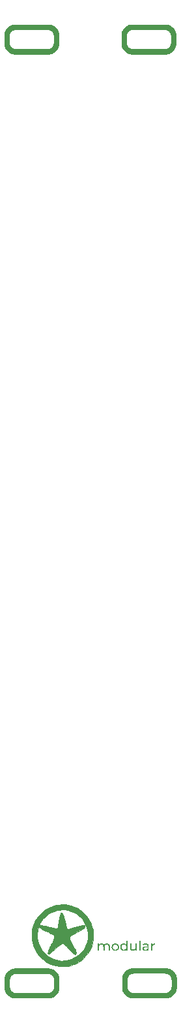
<source format=gbr>
%TF.GenerationSoftware,KiCad,Pcbnew,8.0.5*%
%TF.CreationDate,2025-05-30T00:10:04-07:00*%
%TF.ProjectId,JawariLegio_FrontPanel,4a617761-7269-44c6-9567-696f5f46726f,rev?*%
%TF.SameCoordinates,Original*%
%TF.FileFunction,Soldermask,Top*%
%TF.FilePolarity,Negative*%
%FSLAX46Y46*%
G04 Gerber Fmt 4.6, Leading zero omitted, Abs format (unit mm)*
G04 Created by KiCad (PCBNEW 8.0.5) date 2025-05-30 00:10:04*
%MOMM*%
%LPD*%
G01*
G04 APERTURE LIST*
%ADD10C,0.705555*%
%ADD11C,0.000000*%
%ADD12C,0.010000*%
G04 APERTURE END LIST*
D10*
X45327383Y-143823280D02*
X45384534Y-143827626D01*
X45440853Y-143834782D01*
X45496271Y-143844679D01*
X45550717Y-143857245D01*
X45604120Y-143872410D01*
X45656409Y-143890103D01*
X45707513Y-143910252D01*
X45757362Y-143932789D01*
X45805886Y-143957641D01*
X45853012Y-143984739D01*
X45898672Y-144014010D01*
X45942793Y-144045386D01*
X45985306Y-144078794D01*
X46026139Y-144114165D01*
X46065222Y-144151427D01*
X46102484Y-144190510D01*
X46137855Y-144231344D01*
X46171263Y-144273856D01*
X46202639Y-144317978D01*
X46231910Y-144363637D01*
X46259008Y-144410764D01*
X46283860Y-144459287D01*
X46306396Y-144509136D01*
X46326546Y-144560240D01*
X46344239Y-144612529D01*
X46359403Y-144665931D01*
X46371969Y-144720377D01*
X46381866Y-144775794D01*
X46389022Y-144832114D01*
X46393368Y-144889264D01*
X46394833Y-144947174D01*
X46394833Y-145899666D01*
X46393368Y-145957577D01*
X46389022Y-146014728D01*
X46381866Y-146071048D01*
X46371969Y-146126466D01*
X46359403Y-146180912D01*
X46344239Y-146234315D01*
X46326546Y-146286604D01*
X46306396Y-146337708D01*
X46283860Y-146387558D01*
X46259008Y-146436081D01*
X46231910Y-146483208D01*
X46202639Y-146528868D01*
X46171263Y-146572990D01*
X46137855Y-146615503D01*
X46102484Y-146656336D01*
X46065222Y-146695419D01*
X46026139Y-146732682D01*
X45985306Y-146768053D01*
X45942793Y-146801461D01*
X45898672Y-146832837D01*
X45853012Y-146862109D01*
X45805886Y-146889206D01*
X45757362Y-146914058D01*
X45707513Y-146936595D01*
X45656409Y-146956745D01*
X45604120Y-146974438D01*
X45550717Y-146989602D01*
X45496271Y-147002169D01*
X45440853Y-147012065D01*
X45384534Y-147019222D01*
X45327383Y-147023568D01*
X45269472Y-147025032D01*
X41081999Y-147025032D01*
X41024088Y-147023568D01*
X40966937Y-147019222D01*
X40910618Y-147012065D01*
X40855200Y-147002169D01*
X40800754Y-146989602D01*
X40747351Y-146974438D01*
X40695062Y-146956745D01*
X40643958Y-146936595D01*
X40594109Y-146914058D01*
X40545585Y-146889206D01*
X40498459Y-146862109D01*
X40452799Y-146832837D01*
X40408678Y-146801461D01*
X40366165Y-146768053D01*
X40325332Y-146732682D01*
X40286249Y-146695419D01*
X40248987Y-146656336D01*
X40213616Y-146615503D01*
X40180208Y-146572990D01*
X40148832Y-146528868D01*
X40119561Y-146483208D01*
X40092463Y-146436081D01*
X40067611Y-146387558D01*
X40045075Y-146337708D01*
X40024925Y-146286604D01*
X40007232Y-146234315D01*
X39992068Y-146180912D01*
X39979502Y-146126466D01*
X39969605Y-146071048D01*
X39962448Y-146014728D01*
X39958103Y-145957577D01*
X39956638Y-145899666D01*
X39956638Y-144947174D01*
X39958103Y-144889264D01*
X39962448Y-144832114D01*
X39969605Y-144775794D01*
X39979502Y-144720377D01*
X39992068Y-144665931D01*
X40007232Y-144612529D01*
X40024925Y-144560240D01*
X40045075Y-144509136D01*
X40067611Y-144459287D01*
X40092463Y-144410764D01*
X40119561Y-144363637D01*
X40148832Y-144317978D01*
X40180208Y-144273856D01*
X40213616Y-144231344D01*
X40248987Y-144190510D01*
X40286249Y-144151427D01*
X40325332Y-144114165D01*
X40366165Y-144078794D01*
X40408678Y-144045386D01*
X40452799Y-144014010D01*
X40498459Y-143984739D01*
X40545585Y-143957641D01*
X40594109Y-143932789D01*
X40643958Y-143910252D01*
X40695062Y-143890103D01*
X40747351Y-143872410D01*
X40800754Y-143857245D01*
X40855200Y-143844679D01*
X40910618Y-143834782D01*
X40966937Y-143827626D01*
X41024088Y-143823280D01*
X41081999Y-143821815D01*
X45269472Y-143821815D01*
X45327383Y-143823280D01*
X30052105Y-143830337D02*
X30109256Y-143834683D01*
X30165576Y-143841839D01*
X30220994Y-143851736D01*
X30275440Y-143864302D01*
X30328842Y-143879467D01*
X30381131Y-143897160D01*
X30432236Y-143917310D01*
X30482085Y-143939846D01*
X30530609Y-143964699D01*
X30577735Y-143991796D01*
X30623395Y-144021068D01*
X30667516Y-144052444D01*
X30710029Y-144085852D01*
X30750862Y-144121223D01*
X30789945Y-144158485D01*
X30827207Y-144197569D01*
X30862578Y-144238402D01*
X30895986Y-144280915D01*
X30927362Y-144325037D01*
X30956633Y-144370696D01*
X30983731Y-144417823D01*
X31008583Y-144466347D01*
X31031119Y-144516196D01*
X31051269Y-144567301D01*
X31068962Y-144619590D01*
X31084126Y-144672993D01*
X31096692Y-144727439D01*
X31106589Y-144782857D01*
X31113745Y-144839177D01*
X31118091Y-144896328D01*
X31119555Y-144954239D01*
X31119555Y-145906731D01*
X31118091Y-145964642D01*
X31113745Y-146021793D01*
X31106589Y-146078112D01*
X31096692Y-146133531D01*
X31084126Y-146187977D01*
X31068962Y-146241380D01*
X31051269Y-146293669D01*
X31031119Y-146344773D01*
X31008583Y-146394623D01*
X30983731Y-146443146D01*
X30956633Y-146490273D01*
X30927362Y-146535933D01*
X30895986Y-146580055D01*
X30862578Y-146622567D01*
X30827207Y-146663401D01*
X30789945Y-146702484D01*
X30750862Y-146739747D01*
X30710029Y-146775117D01*
X30667516Y-146808526D01*
X30623395Y-146839902D01*
X30577735Y-146869173D01*
X30530609Y-146896271D01*
X30482085Y-146921123D01*
X30432236Y-146943660D01*
X30381131Y-146963810D01*
X30328842Y-146981502D01*
X30275440Y-146996667D01*
X30220994Y-147009233D01*
X30165576Y-147019130D01*
X30109256Y-147026287D01*
X30052105Y-147030633D01*
X29994194Y-147032097D01*
X25806723Y-147032097D01*
X25748812Y-147030633D01*
X25691661Y-147026287D01*
X25635341Y-147019130D01*
X25579923Y-147009233D01*
X25525477Y-146996667D01*
X25472075Y-146981502D01*
X25419786Y-146963810D01*
X25368681Y-146943660D01*
X25318832Y-146921123D01*
X25270309Y-146896271D01*
X25223182Y-146869173D01*
X25177522Y-146839902D01*
X25133401Y-146808526D01*
X25090888Y-146775117D01*
X25050055Y-146739747D01*
X25010972Y-146702484D01*
X24973710Y-146663401D01*
X24938339Y-146622567D01*
X24904931Y-146580055D01*
X24873555Y-146535933D01*
X24844284Y-146490273D01*
X24817186Y-146443146D01*
X24792334Y-146394623D01*
X24769798Y-146344773D01*
X24749648Y-146293669D01*
X24731955Y-146241380D01*
X24716791Y-146187977D01*
X24704225Y-146133531D01*
X24694328Y-146078112D01*
X24687171Y-146021793D01*
X24682826Y-145964642D01*
X24681361Y-145906731D01*
X24681361Y-144954239D01*
X24682826Y-144896328D01*
X24687171Y-144839177D01*
X24694328Y-144782857D01*
X24704225Y-144727439D01*
X24716791Y-144672993D01*
X24731955Y-144619590D01*
X24749648Y-144567301D01*
X24769798Y-144516196D01*
X24792334Y-144466347D01*
X24817186Y-144417823D01*
X24844284Y-144370696D01*
X24873555Y-144325037D01*
X24904931Y-144280915D01*
X24938339Y-144238402D01*
X24973710Y-144197569D01*
X25010972Y-144158485D01*
X25050055Y-144121223D01*
X25090888Y-144085852D01*
X25133401Y-144052444D01*
X25177522Y-144021068D01*
X25223182Y-143991796D01*
X25270309Y-143964699D01*
X25318832Y-143939846D01*
X25368681Y-143917310D01*
X25419786Y-143897160D01*
X25472075Y-143879467D01*
X25525477Y-143864302D01*
X25579923Y-143851736D01*
X25635341Y-143841839D01*
X25691661Y-143834683D01*
X25748812Y-143830337D01*
X25806723Y-143828873D01*
X29994194Y-143828873D01*
X30052105Y-143830337D01*
D11*
G36*
X42703568Y-140234441D02*
G01*
X42726388Y-140235551D01*
X42748547Y-140237395D01*
X42770045Y-140239967D01*
X42790881Y-140243263D01*
X42811055Y-140247278D01*
X42830568Y-140252005D01*
X42849420Y-140257441D01*
X42867610Y-140263579D01*
X42885138Y-140270415D01*
X42902005Y-140277944D01*
X42918211Y-140286160D01*
X42933755Y-140295059D01*
X42948637Y-140304635D01*
X42962858Y-140314883D01*
X42976418Y-140325798D01*
X42989194Y-140338075D01*
X43001070Y-140351097D01*
X43012059Y-140364863D01*
X43022168Y-140379373D01*
X43031410Y-140394628D01*
X43039793Y-140410627D01*
X43047330Y-140427370D01*
X43054029Y-140444858D01*
X43059901Y-140463089D01*
X43064957Y-140482065D01*
X43069206Y-140501785D01*
X43072660Y-140522248D01*
X43075329Y-140543456D01*
X43077222Y-140565407D01*
X43078350Y-140588103D01*
X43078724Y-140611542D01*
X43078724Y-141175995D01*
X42919973Y-141175995D01*
X42919973Y-141053027D01*
X42916125Y-141059067D01*
X42909882Y-141067909D01*
X42903226Y-141076452D01*
X42896157Y-141084701D01*
X42888674Y-141092660D01*
X42880778Y-141100334D01*
X42872468Y-141107730D01*
X42863745Y-141114851D01*
X42854609Y-141121704D01*
X42845059Y-141128293D01*
X42835095Y-141134624D01*
X42824718Y-141140701D01*
X42813969Y-141146488D01*
X42802890Y-141151938D01*
X42791480Y-141157048D01*
X42779739Y-141161812D01*
X42767667Y-141166224D01*
X42755264Y-141170280D01*
X42742531Y-141173975D01*
X42729468Y-141177302D01*
X42716073Y-141180258D01*
X42702348Y-141182836D01*
X42688292Y-141185032D01*
X42673906Y-141186841D01*
X42659188Y-141188256D01*
X42644140Y-141189274D01*
X42628762Y-141189888D01*
X42613054Y-141190094D01*
X42587085Y-141189591D01*
X42574460Y-141188955D01*
X42562067Y-141188055D01*
X42549902Y-141186886D01*
X42537959Y-141185443D01*
X42526232Y-141183722D01*
X42514718Y-141181716D01*
X42503410Y-141179421D01*
X42492304Y-141176831D01*
X42481395Y-141173941D01*
X42470676Y-141170747D01*
X42460144Y-141167242D01*
X42449792Y-141163422D01*
X42439616Y-141159282D01*
X42429611Y-141154816D01*
X42419854Y-141150102D01*
X42410422Y-141145217D01*
X42401310Y-141140156D01*
X42392514Y-141134915D01*
X42384028Y-141129488D01*
X42375847Y-141123870D01*
X42367965Y-141118055D01*
X42360378Y-141112039D01*
X42353080Y-141105816D01*
X42346067Y-141099381D01*
X42339333Y-141092730D01*
X42332872Y-141085856D01*
X42326680Y-141078755D01*
X42320752Y-141071422D01*
X42315082Y-141063851D01*
X42309666Y-141056038D01*
X42304539Y-141048058D01*
X42299744Y-141039990D01*
X42295279Y-141031829D01*
X42291145Y-141023570D01*
X42287341Y-141015208D01*
X42283869Y-141006737D01*
X42280727Y-140998153D01*
X42277916Y-140989450D01*
X42275436Y-140980622D01*
X42273286Y-140971666D01*
X42271468Y-140962575D01*
X42269979Y-140953345D01*
X42268822Y-140943970D01*
X42267995Y-140934445D01*
X42267499Y-140924765D01*
X42267334Y-140914925D01*
X42267424Y-140907875D01*
X42433138Y-140907875D01*
X42433345Y-140916352D01*
X42433972Y-140924586D01*
X42435022Y-140932582D01*
X42436500Y-140940346D01*
X42438413Y-140947881D01*
X42440765Y-140955195D01*
X42443562Y-140962291D01*
X42446808Y-140969175D01*
X42450509Y-140975853D01*
X42454670Y-140982328D01*
X42459296Y-140988607D01*
X42464392Y-140994695D01*
X42469963Y-141000596D01*
X42476015Y-141006317D01*
X42482553Y-141011861D01*
X42489582Y-141017235D01*
X42496401Y-141022361D01*
X42503624Y-141027156D01*
X42511239Y-141031621D01*
X42519237Y-141035756D01*
X42527607Y-141039559D01*
X42536338Y-141043032D01*
X42545421Y-141046174D01*
X42554845Y-141048985D01*
X42564600Y-141051466D01*
X42574675Y-141053616D01*
X42585060Y-141055435D01*
X42595745Y-141056924D01*
X42606720Y-141058082D01*
X42617973Y-141058909D01*
X42629495Y-141059405D01*
X42641275Y-141059570D01*
X42653098Y-141059405D01*
X42664750Y-141058909D01*
X42676226Y-141058082D01*
X42687521Y-141056924D01*
X42698631Y-141055435D01*
X42709549Y-141053616D01*
X42720271Y-141051466D01*
X42730792Y-141048985D01*
X42741105Y-141046174D01*
X42751207Y-141043032D01*
X42761092Y-141039559D01*
X42770755Y-141035756D01*
X42780191Y-141031621D01*
X42789394Y-141027156D01*
X42798359Y-141022361D01*
X42807081Y-141017235D01*
X42816137Y-141011780D01*
X42824789Y-141005999D01*
X42833049Y-140999898D01*
X42840926Y-140993481D01*
X42848431Y-140986754D01*
X42855575Y-140979721D01*
X42862367Y-140972389D01*
X42868818Y-140964762D01*
X42874938Y-140956845D01*
X42880738Y-140948644D01*
X42886228Y-140940164D01*
X42891418Y-140931411D01*
X42896319Y-140922388D01*
X42900940Y-140913102D01*
X42905293Y-140903558D01*
X42909388Y-140893761D01*
X42912918Y-140906707D01*
X42912918Y-140763237D01*
X42648333Y-140763237D01*
X42632787Y-140763402D01*
X42617898Y-140763899D01*
X42603661Y-140764726D01*
X42590069Y-140765883D01*
X42577118Y-140767372D01*
X42564803Y-140769191D01*
X42553118Y-140771340D01*
X42542058Y-140773821D01*
X42531619Y-140776632D01*
X42521794Y-140779774D01*
X42512579Y-140783246D01*
X42503969Y-140787049D01*
X42495958Y-140791182D01*
X42488542Y-140795646D01*
X42481715Y-140800440D01*
X42475471Y-140805565D01*
X42470345Y-140810938D01*
X42465549Y-140816472D01*
X42461084Y-140822160D01*
X42456950Y-140827999D01*
X42453147Y-140833982D01*
X42449674Y-140840105D01*
X42446532Y-140846362D01*
X42443721Y-140852749D01*
X42441241Y-140859260D01*
X42439091Y-140865889D01*
X42437272Y-140872632D01*
X42435784Y-140879484D01*
X42434626Y-140886440D01*
X42433799Y-140893494D01*
X42433303Y-140900640D01*
X42433138Y-140907875D01*
X42267424Y-140907875D01*
X42267459Y-140905125D01*
X42267837Y-140895558D01*
X42268473Y-140886208D01*
X42269373Y-140877060D01*
X42270542Y-140868097D01*
X42271984Y-140859304D01*
X42273706Y-140850666D01*
X42275712Y-140842168D01*
X42278007Y-140833793D01*
X42280597Y-140825527D01*
X42283486Y-140817354D01*
X42286680Y-140809257D01*
X42290185Y-140801223D01*
X42294005Y-140793235D01*
X42298145Y-140785278D01*
X42302610Y-140777336D01*
X42307406Y-140769523D01*
X42312532Y-140761952D01*
X42317989Y-140754619D01*
X42323777Y-140747519D01*
X42329895Y-140740646D01*
X42336345Y-140733995D01*
X42343125Y-140727561D01*
X42350235Y-140721339D01*
X42357677Y-140715324D01*
X42365449Y-140709510D01*
X42373552Y-140703892D01*
X42381985Y-140698465D01*
X42390750Y-140693224D01*
X42399845Y-140688164D01*
X42409271Y-140683280D01*
X42419027Y-140678566D01*
X42429197Y-140674059D01*
X42439864Y-140669806D01*
X42451026Y-140665812D01*
X42462684Y-140662081D01*
X42474838Y-140658620D01*
X42487489Y-140655432D01*
X42500635Y-140652524D01*
X42514278Y-140649900D01*
X42528417Y-140647566D01*
X42543051Y-140645527D01*
X42558182Y-140643787D01*
X42573809Y-140642352D01*
X42589932Y-140641227D01*
X42606551Y-140640417D01*
X42623666Y-140639927D01*
X42641277Y-140639763D01*
X42912918Y-140639763D01*
X42912918Y-140604492D01*
X42912670Y-140591429D01*
X42911926Y-140578702D01*
X42910686Y-140566317D01*
X42908949Y-140554277D01*
X42906717Y-140542590D01*
X42903989Y-140531258D01*
X42900764Y-140520289D01*
X42897043Y-140509686D01*
X42892827Y-140499456D01*
X42888114Y-140489603D01*
X42882905Y-140480132D01*
X42877200Y-140471048D01*
X42870999Y-140462357D01*
X42864302Y-140454063D01*
X42857108Y-140446173D01*
X42849419Y-140438690D01*
X42841234Y-140431622D01*
X42832558Y-140424972D01*
X42823396Y-140418746D01*
X42813754Y-140412948D01*
X42803636Y-140407584D01*
X42793049Y-140402659D01*
X42781996Y-140398179D01*
X42770483Y-140394148D01*
X42758516Y-140390572D01*
X42746099Y-140387455D01*
X42733238Y-140384804D01*
X42719937Y-140382623D01*
X42706203Y-140380918D01*
X42692040Y-140379694D01*
X42677453Y-140378955D01*
X42662447Y-140378708D01*
X42651904Y-140378831D01*
X42641438Y-140379197D01*
X42631045Y-140379801D01*
X42620719Y-140380637D01*
X42610455Y-140381701D01*
X42600248Y-140382986D01*
X42579984Y-140386204D01*
X42559886Y-140390248D01*
X42539912Y-140395078D01*
X42520020Y-140400652D01*
X42500170Y-140406929D01*
X42490331Y-140410318D01*
X42480663Y-140413872D01*
X42471171Y-140417592D01*
X42461860Y-140421477D01*
X42452735Y-140425528D01*
X42443801Y-140429745D01*
X42435063Y-140434127D01*
X42426527Y-140438674D01*
X42418198Y-140443387D01*
X42410080Y-140448265D01*
X42402180Y-140453309D01*
X42394501Y-140458519D01*
X42387051Y-140463893D01*
X42379832Y-140469434D01*
X42372851Y-140475139D01*
X42366114Y-140481010D01*
X42295557Y-140354012D01*
X42304901Y-140346860D01*
X42314415Y-140339952D01*
X42324106Y-140333280D01*
X42333977Y-140326841D01*
X42344034Y-140320629D01*
X42354282Y-140314639D01*
X42364727Y-140308866D01*
X42375373Y-140303305D01*
X42386226Y-140297950D01*
X42397291Y-140292796D01*
X42408572Y-140287839D01*
X42420076Y-140283072D01*
X42431808Y-140278492D01*
X42443772Y-140274093D01*
X42455974Y-140269869D01*
X42468418Y-140265816D01*
X42493719Y-140258375D01*
X42519351Y-140251927D01*
X42545313Y-140246471D01*
X42571606Y-140242006D01*
X42598230Y-140238534D01*
X42625185Y-140236054D01*
X42652470Y-140234566D01*
X42680086Y-140234070D01*
X42703568Y-140234441D01*
G37*
G36*
X40334110Y-141179512D02*
G01*
X40171833Y-141179512D01*
X40171833Y-141025322D01*
X40163995Y-141035874D01*
X40155276Y-141046830D01*
X40146278Y-141057372D01*
X40136997Y-141067501D01*
X40127425Y-141077216D01*
X40117559Y-141086518D01*
X40107394Y-141095407D01*
X40096923Y-141103882D01*
X40086143Y-141111944D01*
X40075047Y-141119593D01*
X40063631Y-141126829D01*
X40051889Y-141133652D01*
X40039899Y-141140060D01*
X40027732Y-141146054D01*
X40015379Y-141151635D01*
X40002831Y-141156802D01*
X39990075Y-141161556D01*
X39977103Y-141165896D01*
X39963903Y-141169823D01*
X39950465Y-141173336D01*
X39936780Y-141176436D01*
X39922836Y-141179122D01*
X39908623Y-141181396D01*
X39894132Y-141183255D01*
X39879351Y-141184702D01*
X39864270Y-141185735D01*
X39848879Y-141186355D01*
X39833168Y-141186562D01*
X39836695Y-141190094D01*
X39819621Y-141189847D01*
X39802795Y-141189109D01*
X39786217Y-141187885D01*
X39769887Y-141186181D01*
X39753805Y-141184001D01*
X39737971Y-141181351D01*
X39722386Y-141178236D01*
X39707048Y-141174661D01*
X39691959Y-141170631D01*
X39677117Y-141166151D01*
X39662524Y-141161227D01*
X39648179Y-141155864D01*
X39634081Y-141150066D01*
X39620232Y-141143839D01*
X39606632Y-141137189D01*
X39593279Y-141130119D01*
X39580215Y-141122637D01*
X39567482Y-141114741D01*
X39555079Y-141106432D01*
X39543007Y-141097709D01*
X39531266Y-141088573D01*
X39519856Y-141079024D01*
X39508777Y-141069060D01*
X39498028Y-141058683D01*
X39487610Y-141047893D01*
X39477523Y-141036689D01*
X39467766Y-141025071D01*
X39458340Y-141013040D01*
X39449245Y-141000595D01*
X39440481Y-140987736D01*
X39432047Y-140974464D01*
X39423944Y-140960777D01*
X39416295Y-140947383D01*
X39409214Y-140933664D01*
X39402691Y-140919625D01*
X39396715Y-140905270D01*
X39391277Y-140890605D01*
X39386367Y-140875636D01*
X39381972Y-140860366D01*
X39378085Y-140844803D01*
X39374693Y-140828950D01*
X39371787Y-140812813D01*
X39369357Y-140796397D01*
X39367391Y-140779707D01*
X39365880Y-140762748D01*
X39364814Y-140745526D01*
X39364182Y-140728046D01*
X39363974Y-140710320D01*
X39533306Y-140710320D01*
X39533472Y-140722765D01*
X39533968Y-140734967D01*
X39534795Y-140746931D01*
X39535952Y-140758663D01*
X39537441Y-140770167D01*
X39539260Y-140781449D01*
X39541409Y-140792514D01*
X39543890Y-140803367D01*
X39546701Y-140814013D01*
X39549843Y-140824457D01*
X39553316Y-140834705D01*
X39557119Y-140844761D01*
X39561253Y-140854632D01*
X39565718Y-140864322D01*
X39570514Y-140873835D01*
X39575640Y-140883179D01*
X39581055Y-140892316D01*
X39586713Y-140901205D01*
X39592608Y-140909845D01*
X39598736Y-140918238D01*
X39605091Y-140926382D01*
X39611669Y-140934278D01*
X39618464Y-140941926D01*
X39625470Y-140949326D01*
X39632683Y-140956477D01*
X39640098Y-140963380D01*
X39647709Y-140970035D01*
X39655511Y-140976442D01*
X39663499Y-140982601D01*
X39671668Y-140988512D01*
X39680013Y-140994174D01*
X39688528Y-140999588D01*
X39697250Y-141004714D01*
X39706209Y-141009510D01*
X39715395Y-141013975D01*
X39724799Y-141018109D01*
X39734409Y-141021912D01*
X39744215Y-141025385D01*
X39754208Y-141028527D01*
X39764376Y-141031339D01*
X39774709Y-141033819D01*
X39785198Y-141035969D01*
X39795831Y-141037789D01*
X39806599Y-141039277D01*
X39817490Y-141040435D01*
X39828495Y-141041262D01*
X39839604Y-141041758D01*
X39850805Y-141041924D01*
X39861967Y-141041758D01*
X39872964Y-141041262D01*
X39883796Y-141040435D01*
X39894462Y-141039277D01*
X39904963Y-141037789D01*
X39915298Y-141035969D01*
X39925468Y-141033819D01*
X39935473Y-141031339D01*
X39945312Y-141028527D01*
X39954986Y-141025385D01*
X39964494Y-141021912D01*
X39973837Y-141018109D01*
X39983015Y-141013975D01*
X39992027Y-141009510D01*
X40000874Y-141004714D01*
X40009556Y-140999588D01*
X40018071Y-140994174D01*
X40026416Y-140988511D01*
X40034586Y-140982600D01*
X40042574Y-140976441D01*
X40050376Y-140970034D01*
X40057988Y-140963378D01*
X40065402Y-140956475D01*
X40072615Y-140949323D01*
X40079622Y-140941923D01*
X40086416Y-140934275D01*
X40092994Y-140926379D01*
X40099349Y-140918234D01*
X40105477Y-140909842D01*
X40111372Y-140901202D01*
X40117030Y-140892314D01*
X40122444Y-140883179D01*
X40127571Y-140873795D01*
X40132366Y-140864175D01*
X40136831Y-140854326D01*
X40140965Y-140844262D01*
X40144769Y-140833990D01*
X40148241Y-140823522D01*
X40151383Y-140812868D01*
X40154195Y-140802039D01*
X40156675Y-140791044D01*
X40158825Y-140779895D01*
X40160644Y-140768600D01*
X40162132Y-140757172D01*
X40163290Y-140745619D01*
X40164116Y-140733952D01*
X40164612Y-140722183D01*
X40164778Y-140710320D01*
X40164612Y-140698458D01*
X40164116Y-140686688D01*
X40163290Y-140675022D01*
X40162132Y-140663470D01*
X40160644Y-140652041D01*
X40158825Y-140640746D01*
X40156675Y-140629596D01*
X40154195Y-140618601D01*
X40151383Y-140607771D01*
X40148241Y-140597117D01*
X40144769Y-140586650D01*
X40140965Y-140576379D01*
X40136831Y-140566314D01*
X40132366Y-140556468D01*
X40127571Y-140546849D01*
X40122444Y-140537468D01*
X40117068Y-140528331D01*
X40111516Y-140519447D01*
X40105778Y-140510822D01*
X40099844Y-140502461D01*
X40093703Y-140494369D01*
X40087345Y-140486551D01*
X40080760Y-140479012D01*
X40073937Y-140471758D01*
X40066866Y-140464793D01*
X40059537Y-140458123D01*
X40051939Y-140451753D01*
X40044062Y-140445687D01*
X40035895Y-140439931D01*
X40027429Y-140434491D01*
X40018653Y-140429371D01*
X40009556Y-140424576D01*
X40000836Y-140419450D01*
X39991883Y-140414654D01*
X39982713Y-140410189D01*
X39973341Y-140406055D01*
X39963784Y-140402252D01*
X39954055Y-140398779D01*
X39944172Y-140395637D01*
X39934150Y-140392825D01*
X39924003Y-140390344D01*
X39913747Y-140388194D01*
X39903399Y-140386375D01*
X39892973Y-140384887D01*
X39882486Y-140383729D01*
X39871951Y-140382902D01*
X39861386Y-140382406D01*
X39850805Y-140382240D01*
X39840224Y-140382406D01*
X39829652Y-140382902D01*
X39819102Y-140383729D01*
X39808582Y-140384887D01*
X39798104Y-140386375D01*
X39787678Y-140388194D01*
X39777313Y-140390344D01*
X39767021Y-140392825D01*
X39756811Y-140395637D01*
X39746695Y-140398779D01*
X39736682Y-140402252D01*
X39726782Y-140406055D01*
X39717007Y-140410189D01*
X39707366Y-140414654D01*
X39697869Y-140419450D01*
X39688528Y-140424576D01*
X39680013Y-140429950D01*
X39671668Y-140435501D01*
X39663499Y-140441238D01*
X39655511Y-140447171D01*
X39647708Y-140453311D01*
X39640097Y-140459669D01*
X39632682Y-140466254D01*
X39625469Y-140473077D01*
X39618463Y-140480148D01*
X39611668Y-140487478D01*
X39605091Y-140495077D01*
X39598735Y-140502955D01*
X39592607Y-140511123D01*
X39586712Y-140519591D01*
X39581054Y-140528369D01*
X39575640Y-140537468D01*
X39570514Y-140546812D01*
X39565718Y-140556327D01*
X39561253Y-140566017D01*
X39557119Y-140575888D01*
X39553316Y-140585945D01*
X39549843Y-140596193D01*
X39546701Y-140606637D01*
X39543890Y-140617282D01*
X39541409Y-140628134D01*
X39539260Y-140639198D01*
X39537441Y-140650478D01*
X39535952Y-140661981D01*
X39534795Y-140673712D01*
X39533968Y-140685675D01*
X39533472Y-140697876D01*
X39533306Y-140710320D01*
X39363974Y-140710320D01*
X39363974Y-140710312D01*
X39364221Y-140692578D01*
X39364959Y-140675097D01*
X39366183Y-140657874D01*
X39367887Y-140640915D01*
X39370067Y-140624224D01*
X39372717Y-140607807D01*
X39375833Y-140591668D01*
X39379408Y-140575814D01*
X39383438Y-140560250D01*
X39387917Y-140544980D01*
X39392841Y-140530009D01*
X39398204Y-140515344D01*
X39404001Y-140500989D01*
X39410227Y-140486950D01*
X39416876Y-140473232D01*
X39423944Y-140459839D01*
X39432047Y-140446776D01*
X39440481Y-140434049D01*
X39449245Y-140421663D01*
X39458340Y-140409624D01*
X39467766Y-140397936D01*
X39477523Y-140386605D01*
X39487610Y-140375636D01*
X39498028Y-140365033D01*
X39508777Y-140354803D01*
X39519856Y-140344949D01*
X39531266Y-140335478D01*
X39543007Y-140326395D01*
X39555079Y-140317704D01*
X39567482Y-140309410D01*
X39580215Y-140301520D01*
X39593279Y-140294037D01*
X39606632Y-140286969D01*
X39620233Y-140280319D01*
X39634082Y-140274093D01*
X39648179Y-140268296D01*
X39662525Y-140262932D01*
X39677118Y-140258008D01*
X39691959Y-140253529D01*
X39707049Y-140249498D01*
X39722386Y-140245923D01*
X39737972Y-140242807D01*
X39753806Y-140240157D01*
X39769887Y-140237977D01*
X39786217Y-140236272D01*
X39802795Y-140235048D01*
X39819621Y-140234309D01*
X39836695Y-140234062D01*
X39851204Y-140234269D01*
X39865620Y-140234889D01*
X39879933Y-140235922D01*
X39894132Y-140237368D01*
X39908206Y-140239228D01*
X39922147Y-140241501D01*
X39935943Y-140244188D01*
X39949584Y-140247288D01*
X39963059Y-140250801D01*
X39976359Y-140254728D01*
X39989472Y-140259068D01*
X40002390Y-140263822D01*
X40015101Y-140268989D01*
X40027594Y-140274570D01*
X40039861Y-140280564D01*
X40051889Y-140286972D01*
X40063631Y-140293793D01*
X40075047Y-140301028D01*
X40086143Y-140308676D01*
X40096923Y-140316738D01*
X40107394Y-140325213D01*
X40117559Y-140334102D01*
X40127425Y-140343404D01*
X40136997Y-140353119D01*
X40146278Y-140363248D01*
X40155276Y-140373790D01*
X40163995Y-140384745D01*
X40164778Y-140385800D01*
X40164778Y-139870712D01*
X40334110Y-139870712D01*
X40334110Y-141179512D01*
G37*
G36*
X38750196Y-140237819D02*
G01*
X38767571Y-140238557D01*
X38784636Y-140239781D01*
X38801401Y-140241485D01*
X38817878Y-140243665D01*
X38834075Y-140246315D01*
X38850003Y-140249430D01*
X38865673Y-140253005D01*
X38881095Y-140257035D01*
X38896279Y-140261515D01*
X38911236Y-140266439D01*
X38925976Y-140271802D01*
X38940509Y-140277600D01*
X38954845Y-140283826D01*
X38968996Y-140290477D01*
X38982971Y-140297546D01*
X38996656Y-140305610D01*
X39009932Y-140313936D01*
X39022806Y-140322542D01*
X39035281Y-140331443D01*
X39047364Y-140340654D01*
X39059059Y-140350191D01*
X39070372Y-140360069D01*
X39081308Y-140370303D01*
X39091871Y-140380910D01*
X39102068Y-140391904D01*
X39111903Y-140403302D01*
X39121381Y-140415118D01*
X39130508Y-140427369D01*
X39139289Y-140440069D01*
X39147729Y-140453235D01*
X39155832Y-140466881D01*
X39163522Y-140480275D01*
X39170715Y-140493990D01*
X39177413Y-140508014D01*
X39183614Y-140522338D01*
X39189319Y-140536951D01*
X39194528Y-140551842D01*
X39199241Y-140567003D01*
X39203458Y-140582421D01*
X39207179Y-140598088D01*
X39210404Y-140613992D01*
X39213132Y-140630123D01*
X39215365Y-140646472D01*
X39217101Y-140663027D01*
X39218341Y-140679778D01*
X39219086Y-140696716D01*
X39219334Y-140713829D01*
X39219086Y-140730944D01*
X39218341Y-140747882D01*
X39217101Y-140764635D01*
X39215365Y-140781191D01*
X39213132Y-140797540D01*
X39210404Y-140813671D01*
X39207179Y-140829576D01*
X39203458Y-140845242D01*
X39199241Y-140860661D01*
X39194528Y-140875821D01*
X39189319Y-140890712D01*
X39183614Y-140905325D01*
X39177413Y-140919648D01*
X39170715Y-140933671D01*
X39163522Y-140947384D01*
X39155832Y-140960777D01*
X39147729Y-140973843D01*
X39139289Y-140986577D01*
X39130509Y-140998980D01*
X39121382Y-141011052D01*
X39111904Y-141022793D01*
X39102069Y-141034203D01*
X39091873Y-141045283D01*
X39081309Y-141056031D01*
X39070374Y-141066449D01*
X39059061Y-141076536D01*
X39047366Y-141086293D01*
X39035283Y-141095719D01*
X39022807Y-141104815D01*
X39009933Y-141113580D01*
X38996656Y-141122015D01*
X38982971Y-141130119D01*
X38968996Y-141137768D01*
X38954845Y-141144849D01*
X38940509Y-141151372D01*
X38925976Y-141157347D01*
X38911236Y-141162786D01*
X38896279Y-141167697D01*
X38881095Y-141172091D01*
X38865673Y-141175980D01*
X38850003Y-141179372D01*
X38834075Y-141182278D01*
X38817878Y-141184709D01*
X38801401Y-141186675D01*
X38784636Y-141188186D01*
X38767571Y-141189253D01*
X38750196Y-141189885D01*
X38732500Y-141190094D01*
X38714804Y-141189847D01*
X38697429Y-141189109D01*
X38680363Y-141187885D01*
X38663598Y-141186181D01*
X38647121Y-141184001D01*
X38630924Y-141181351D01*
X38614996Y-141178236D01*
X38599326Y-141174661D01*
X38583904Y-141170631D01*
X38568719Y-141166151D01*
X38553763Y-141161227D01*
X38539023Y-141155864D01*
X38524490Y-141150066D01*
X38510153Y-141143839D01*
X38496002Y-141137189D01*
X38482027Y-141130119D01*
X38468342Y-141122016D01*
X38455066Y-141113582D01*
X38442192Y-141104818D01*
X38429717Y-141095722D01*
X38417634Y-141086296D01*
X38405939Y-141076540D01*
X38394626Y-141066452D01*
X38383690Y-141056034D01*
X38373127Y-141045285D01*
X38362930Y-141034205D01*
X38353095Y-141022794D01*
X38343617Y-141011053D01*
X38334490Y-140998980D01*
X38325709Y-140986577D01*
X38317270Y-140973843D01*
X38309166Y-140960777D01*
X38301476Y-140947384D01*
X38294283Y-140933671D01*
X38287586Y-140919648D01*
X38281385Y-140905325D01*
X38275680Y-140890712D01*
X38270471Y-140875821D01*
X38265758Y-140860661D01*
X38261541Y-140845242D01*
X38257820Y-140829576D01*
X38254596Y-140813671D01*
X38251867Y-140797540D01*
X38249635Y-140781191D01*
X38247899Y-140764635D01*
X38246659Y-140747882D01*
X38245915Y-140730944D01*
X38245667Y-140713829D01*
X38245717Y-140710320D01*
X38415001Y-140710320D01*
X38415166Y-140722765D01*
X38415662Y-140734967D01*
X38416489Y-140746931D01*
X38417647Y-140758663D01*
X38419135Y-140770167D01*
X38420954Y-140781449D01*
X38423103Y-140792514D01*
X38425584Y-140803367D01*
X38428395Y-140814013D01*
X38431537Y-140824457D01*
X38435009Y-140834705D01*
X38438812Y-140844761D01*
X38442946Y-140854632D01*
X38447411Y-140864322D01*
X38452207Y-140873835D01*
X38457333Y-140883179D01*
X38462748Y-140892316D01*
X38468405Y-140901205D01*
X38474301Y-140909845D01*
X38480429Y-140918238D01*
X38486784Y-140926382D01*
X38493362Y-140934278D01*
X38500157Y-140941926D01*
X38507163Y-140949326D01*
X38514376Y-140956477D01*
X38521791Y-140963380D01*
X38529402Y-140970035D01*
X38537205Y-140976442D01*
X38545193Y-140982601D01*
X38553362Y-140988512D01*
X38561707Y-140994174D01*
X38570223Y-140999588D01*
X38578944Y-141004714D01*
X38587903Y-141009510D01*
X38597089Y-141013975D01*
X38606492Y-141018109D01*
X38616102Y-141021912D01*
X38625909Y-141025385D01*
X38635901Y-141028527D01*
X38646069Y-141031339D01*
X38656403Y-141033819D01*
X38666891Y-141035969D01*
X38677525Y-141037789D01*
X38688292Y-141039277D01*
X38699184Y-141040435D01*
X38710189Y-141041262D01*
X38721298Y-141041758D01*
X38732500Y-141041924D01*
X38743663Y-141041758D01*
X38754665Y-141041262D01*
X38765513Y-141040435D01*
X38776211Y-141039277D01*
X38786764Y-141037789D01*
X38797178Y-141035969D01*
X38807457Y-141033819D01*
X38817607Y-141031339D01*
X38827633Y-141028527D01*
X38837540Y-141025385D01*
X38847334Y-141021912D01*
X38857019Y-141018109D01*
X38866601Y-141013975D01*
X38876084Y-141009510D01*
X38885475Y-141004714D01*
X38894777Y-140999588D01*
X38903293Y-140994174D01*
X38911637Y-140988511D01*
X38919807Y-140982600D01*
X38927795Y-140976441D01*
X38935597Y-140970034D01*
X38943208Y-140963378D01*
X38950623Y-140956475D01*
X38957836Y-140949323D01*
X38964843Y-140941923D01*
X38971637Y-140934275D01*
X38978215Y-140926379D01*
X38984570Y-140918234D01*
X38990698Y-140909842D01*
X38996593Y-140901202D01*
X39002251Y-140892314D01*
X39007666Y-140883179D01*
X39012792Y-140873795D01*
X39017588Y-140864175D01*
X39022053Y-140854326D01*
X39026187Y-140844262D01*
X39029990Y-140833990D01*
X39033463Y-140823522D01*
X39036605Y-140812868D01*
X39039416Y-140802039D01*
X39041897Y-140791044D01*
X39044046Y-140779895D01*
X39045865Y-140768600D01*
X39047353Y-140757172D01*
X39048511Y-140745619D01*
X39049338Y-140733952D01*
X39049834Y-140722183D01*
X39049999Y-140710320D01*
X39049834Y-140698458D01*
X39049338Y-140686688D01*
X39048511Y-140675022D01*
X39047353Y-140663470D01*
X39045865Y-140652041D01*
X39044046Y-140640746D01*
X39041896Y-140629596D01*
X39039415Y-140618601D01*
X39036604Y-140607771D01*
X39033462Y-140597117D01*
X39029989Y-140586650D01*
X39026186Y-140576379D01*
X39022052Y-140566314D01*
X39017587Y-140556468D01*
X39012792Y-140546849D01*
X39007666Y-140537468D01*
X39002289Y-140528331D01*
X38996738Y-140519447D01*
X38991000Y-140510822D01*
X38985066Y-140502461D01*
X38978925Y-140494369D01*
X38972567Y-140486551D01*
X38965982Y-140479012D01*
X38959159Y-140471758D01*
X38952088Y-140464793D01*
X38944758Y-140458123D01*
X38937160Y-140451753D01*
X38929283Y-140445687D01*
X38921117Y-140439931D01*
X38912650Y-140434491D01*
X38903874Y-140429371D01*
X38894777Y-140424576D01*
X38886056Y-140419450D01*
X38877097Y-140414654D01*
X38867910Y-140410189D01*
X38858507Y-140406055D01*
X38848897Y-140402252D01*
X38839090Y-140398779D01*
X38829098Y-140395637D01*
X38818929Y-140392825D01*
X38808596Y-140390344D01*
X38798107Y-140388194D01*
X38787474Y-140386375D01*
X38776707Y-140384887D01*
X38765815Y-140383729D01*
X38754810Y-140382902D01*
X38743702Y-140382406D01*
X38732500Y-140382240D01*
X38721337Y-140382406D01*
X38710334Y-140382902D01*
X38699486Y-140383729D01*
X38688788Y-140384887D01*
X38678235Y-140386375D01*
X38667821Y-140388194D01*
X38657542Y-140390344D01*
X38647392Y-140392825D01*
X38637366Y-140395637D01*
X38627459Y-140398779D01*
X38617665Y-140402252D01*
X38607980Y-140406055D01*
X38598399Y-140410189D01*
X38588915Y-140414654D01*
X38579525Y-140419450D01*
X38570223Y-140424576D01*
X38561707Y-140429950D01*
X38553362Y-140435501D01*
X38545193Y-140441238D01*
X38537205Y-140447171D01*
X38529402Y-140453311D01*
X38521791Y-140459669D01*
X38514376Y-140466254D01*
X38507163Y-140473077D01*
X38500157Y-140480148D01*
X38493362Y-140487478D01*
X38486784Y-140495077D01*
X38480429Y-140502955D01*
X38474301Y-140511123D01*
X38468405Y-140519591D01*
X38462748Y-140528369D01*
X38457333Y-140537468D01*
X38452207Y-140546812D01*
X38447411Y-140556327D01*
X38442946Y-140566017D01*
X38438812Y-140575888D01*
X38435009Y-140585945D01*
X38431537Y-140596193D01*
X38428395Y-140606637D01*
X38425584Y-140617282D01*
X38423103Y-140628134D01*
X38420954Y-140639198D01*
X38419135Y-140650478D01*
X38417647Y-140661981D01*
X38416489Y-140673712D01*
X38415662Y-140685675D01*
X38415166Y-140697876D01*
X38415001Y-140710320D01*
X38245717Y-140710320D01*
X38245915Y-140696716D01*
X38246659Y-140679778D01*
X38247899Y-140663027D01*
X38249635Y-140646472D01*
X38251867Y-140630123D01*
X38254596Y-140613992D01*
X38257820Y-140598088D01*
X38261541Y-140582421D01*
X38265758Y-140567003D01*
X38270471Y-140551842D01*
X38275680Y-140536951D01*
X38281385Y-140522338D01*
X38287586Y-140508014D01*
X38294283Y-140493990D01*
X38301476Y-140480275D01*
X38309166Y-140466881D01*
X38317270Y-140453817D01*
X38325709Y-140441084D01*
X38334490Y-140428682D01*
X38343617Y-140416611D01*
X38353095Y-140404870D01*
X38362930Y-140393461D01*
X38373127Y-140382382D01*
X38383690Y-140371634D01*
X38394626Y-140361216D01*
X38405939Y-140351129D01*
X38417634Y-140341372D01*
X38429717Y-140331946D01*
X38442192Y-140322851D01*
X38455066Y-140314086D01*
X38468342Y-140305651D01*
X38482027Y-140297546D01*
X38496002Y-140290478D01*
X38510153Y-140283829D01*
X38524490Y-140277603D01*
X38539023Y-140271805D01*
X38553763Y-140266442D01*
X38568719Y-140261518D01*
X38583904Y-140257038D01*
X38599326Y-140253008D01*
X38614996Y-140249432D01*
X38630924Y-140246317D01*
X38647121Y-140243666D01*
X38663598Y-140241486D01*
X38680363Y-140239781D01*
X38697429Y-140238557D01*
X38714804Y-140237819D01*
X38732500Y-140237572D01*
X38750196Y-140237819D01*
G37*
D10*
X30020355Y-21328256D02*
X30077506Y-21332602D01*
X30133826Y-21339758D01*
X30189244Y-21349655D01*
X30243690Y-21362221D01*
X30297092Y-21377386D01*
X30349381Y-21395078D01*
X30400486Y-21415228D01*
X30450335Y-21437764D01*
X30498858Y-21462617D01*
X30545985Y-21489714D01*
X30591645Y-21518986D01*
X30635766Y-21550361D01*
X30678279Y-21583769D01*
X30719112Y-21619140D01*
X30758195Y-21656402D01*
X30795457Y-21695485D01*
X30830828Y-21736319D01*
X30864236Y-21778831D01*
X30895612Y-21822953D01*
X30924883Y-21868612D01*
X30951981Y-21915739D01*
X30976833Y-21964262D01*
X30999369Y-22014111D01*
X31019519Y-22065216D01*
X31037212Y-22117505D01*
X31052376Y-22170907D01*
X31064942Y-22225353D01*
X31074839Y-22280771D01*
X31081996Y-22337091D01*
X31086341Y-22394242D01*
X31087806Y-22452153D01*
X31087806Y-23404653D01*
X31086341Y-23462564D01*
X31081996Y-23519714D01*
X31074839Y-23576034D01*
X31064942Y-23631452D01*
X31052376Y-23685898D01*
X31037212Y-23739301D01*
X31019519Y-23791590D01*
X30999369Y-23842694D01*
X30976833Y-23892543D01*
X30951981Y-23941067D01*
X30924883Y-23988193D01*
X30895612Y-24033853D01*
X30864236Y-24077974D01*
X30830828Y-24120487D01*
X30795457Y-24161320D01*
X30758195Y-24200403D01*
X30719112Y-24237666D01*
X30678279Y-24273036D01*
X30635766Y-24306445D01*
X30591645Y-24337820D01*
X30545985Y-24367092D01*
X30498858Y-24394189D01*
X30450335Y-24419041D01*
X30400486Y-24441578D01*
X30349381Y-24461727D01*
X30297092Y-24479420D01*
X30243690Y-24494585D01*
X30189244Y-24507151D01*
X30133826Y-24517047D01*
X30077506Y-24524204D01*
X30020355Y-24528550D01*
X29962444Y-24530014D01*
X25774972Y-24530014D01*
X25717061Y-24528550D01*
X25659911Y-24524204D01*
X25603591Y-24517047D01*
X25548173Y-24507151D01*
X25493727Y-24494585D01*
X25440324Y-24479420D01*
X25388035Y-24461727D01*
X25336931Y-24441578D01*
X25287082Y-24419041D01*
X25238558Y-24394189D01*
X25191432Y-24367092D01*
X25145772Y-24337820D01*
X25101651Y-24306445D01*
X25059138Y-24273036D01*
X25018305Y-24237666D01*
X24979222Y-24200403D01*
X24941960Y-24161320D01*
X24906589Y-24120487D01*
X24873181Y-24077974D01*
X24841805Y-24033853D01*
X24812534Y-23988193D01*
X24785436Y-23941067D01*
X24760584Y-23892543D01*
X24738048Y-23842694D01*
X24717898Y-23791590D01*
X24700205Y-23739301D01*
X24685041Y-23685898D01*
X24672475Y-23631452D01*
X24662578Y-23576034D01*
X24655422Y-23519714D01*
X24651076Y-23462564D01*
X24649611Y-23404653D01*
X24649611Y-22452153D01*
X24651076Y-22394242D01*
X24655422Y-22337091D01*
X24662578Y-22280771D01*
X24672475Y-22225353D01*
X24685041Y-22170907D01*
X24700205Y-22117505D01*
X24717898Y-22065216D01*
X24738048Y-22014111D01*
X24760584Y-21964262D01*
X24785436Y-21915739D01*
X24812534Y-21868612D01*
X24841805Y-21822953D01*
X24873181Y-21778831D01*
X24906589Y-21736319D01*
X24941960Y-21695485D01*
X24979222Y-21656402D01*
X25018305Y-21619140D01*
X25059138Y-21583769D01*
X25101651Y-21550361D01*
X25145772Y-21518986D01*
X25191432Y-21489714D01*
X25238558Y-21462617D01*
X25287082Y-21437764D01*
X25336931Y-21415228D01*
X25388035Y-21395078D01*
X25440324Y-21377386D01*
X25493727Y-21362221D01*
X25548173Y-21349655D01*
X25603591Y-21339758D01*
X25659911Y-21332602D01*
X25717061Y-21328256D01*
X25774972Y-21326792D01*
X29962444Y-21326792D01*
X30020355Y-21328256D01*
D11*
G36*
X43900694Y-140399864D02*
G01*
X43861889Y-140399864D01*
X43844938Y-140400194D01*
X43828478Y-140401180D01*
X43812504Y-140402817D01*
X43797011Y-140405101D01*
X43781993Y-140408025D01*
X43767445Y-140411585D01*
X43753362Y-140415775D01*
X43739740Y-140420590D01*
X43726572Y-140426026D01*
X43713853Y-140432077D01*
X43701579Y-140438738D01*
X43689744Y-140446004D01*
X43678344Y-140453869D01*
X43667372Y-140462328D01*
X43656824Y-140471377D01*
X43646694Y-140481010D01*
X43637062Y-140491260D01*
X43628015Y-140502161D01*
X43619556Y-140513704D01*
X43611691Y-140525877D01*
X43604426Y-140538670D01*
X43597766Y-140552073D01*
X43591715Y-140566076D01*
X43586280Y-140580668D01*
X43581464Y-140595840D01*
X43577274Y-140611579D01*
X43573714Y-140627877D01*
X43570790Y-140644723D01*
X43568507Y-140662106D01*
X43566870Y-140680016D01*
X43565884Y-140698443D01*
X43565554Y-140717377D01*
X43565554Y-141183044D01*
X43396219Y-141183044D01*
X43396223Y-141179512D01*
X43396223Y-140244652D01*
X43558500Y-140244652D01*
X43558500Y-140404655D01*
X43560464Y-140400927D01*
X43566767Y-140390178D01*
X43573525Y-140379760D01*
X43580727Y-140369673D01*
X43588363Y-140359916D01*
X43596422Y-140350490D01*
X43604896Y-140341394D01*
X43613772Y-140332630D01*
X43623041Y-140324196D01*
X43632693Y-140316092D01*
X43642717Y-140308320D01*
X43653102Y-140300878D01*
X43663839Y-140293767D01*
X43674917Y-140286987D01*
X43686367Y-140280618D01*
X43698219Y-140274734D01*
X43710465Y-140269325D01*
X43723093Y-140264382D01*
X43736093Y-140259894D01*
X43749455Y-140255850D01*
X43763168Y-140252241D01*
X43777222Y-140249055D01*
X43791607Y-140246283D01*
X43806312Y-140243914D01*
X43821328Y-140241937D01*
X43836643Y-140240344D01*
X43852247Y-140239122D01*
X43868131Y-140238262D01*
X43884283Y-140237754D01*
X43900694Y-140237587D01*
X43900694Y-140399864D01*
G37*
D10*
X45327383Y-143812698D02*
X45384534Y-143817044D01*
X45440853Y-143824200D01*
X45496271Y-143834097D01*
X45550717Y-143846663D01*
X45604120Y-143861828D01*
X45656409Y-143879521D01*
X45707513Y-143899670D01*
X45757362Y-143922207D01*
X45805886Y-143947059D01*
X45853012Y-143974157D01*
X45898672Y-144003428D01*
X45942793Y-144034804D01*
X45985306Y-144068212D01*
X46026139Y-144103583D01*
X46065222Y-144140845D01*
X46102484Y-144179928D01*
X46137855Y-144220762D01*
X46171263Y-144263274D01*
X46202639Y-144307396D01*
X46231910Y-144353055D01*
X46259008Y-144400182D01*
X46283860Y-144448705D01*
X46306396Y-144498554D01*
X46326546Y-144549658D01*
X46344239Y-144601947D01*
X46359403Y-144655349D01*
X46371969Y-144709795D01*
X46381866Y-144765212D01*
X46389022Y-144821532D01*
X46393368Y-144878682D01*
X46394833Y-144936592D01*
X46394833Y-145889084D01*
X46393368Y-145946995D01*
X46389022Y-146004146D01*
X46381866Y-146060466D01*
X46371969Y-146115884D01*
X46359403Y-146170330D01*
X46344239Y-146223733D01*
X46326546Y-146276022D01*
X46306396Y-146327127D01*
X46283860Y-146376976D01*
X46259008Y-146425500D01*
X46231910Y-146472626D01*
X46202639Y-146518286D01*
X46171263Y-146562408D01*
X46137855Y-146604921D01*
X46102484Y-146645754D01*
X46065222Y-146684837D01*
X46026139Y-146722100D01*
X45985306Y-146757471D01*
X45942793Y-146790879D01*
X45898672Y-146822255D01*
X45853012Y-146851527D01*
X45805886Y-146878624D01*
X45757362Y-146903476D01*
X45707513Y-146926013D01*
X45656409Y-146946163D01*
X45604120Y-146963856D01*
X45550717Y-146979020D01*
X45496271Y-146991587D01*
X45440853Y-147001483D01*
X45384534Y-147008640D01*
X45327383Y-147012986D01*
X45269472Y-147014450D01*
X41081999Y-147014450D01*
X41024088Y-147012986D01*
X40966937Y-147008640D01*
X40910618Y-147001483D01*
X40855200Y-146991587D01*
X40800754Y-146979020D01*
X40747351Y-146963856D01*
X40695062Y-146946163D01*
X40643958Y-146926013D01*
X40594109Y-146903476D01*
X40545585Y-146878624D01*
X40498459Y-146851527D01*
X40452799Y-146822255D01*
X40408678Y-146790879D01*
X40366165Y-146757471D01*
X40325332Y-146722100D01*
X40286249Y-146684837D01*
X40248987Y-146645754D01*
X40213616Y-146604921D01*
X40180208Y-146562408D01*
X40148832Y-146518286D01*
X40119561Y-146472626D01*
X40092463Y-146425500D01*
X40067611Y-146376976D01*
X40045075Y-146327127D01*
X40024925Y-146276022D01*
X40007232Y-146223733D01*
X39992068Y-146170330D01*
X39979502Y-146115884D01*
X39969605Y-146060466D01*
X39962448Y-146004146D01*
X39958103Y-145946995D01*
X39956638Y-145889084D01*
X39956638Y-144936592D01*
X39958103Y-144878682D01*
X39962448Y-144821532D01*
X39969605Y-144765212D01*
X39979502Y-144709795D01*
X39992068Y-144655349D01*
X40007232Y-144601947D01*
X40024925Y-144549658D01*
X40045075Y-144498554D01*
X40067611Y-144448705D01*
X40092463Y-144400182D01*
X40119561Y-144353055D01*
X40148832Y-144307396D01*
X40180208Y-144263274D01*
X40213616Y-144220762D01*
X40248987Y-144179928D01*
X40286249Y-144140845D01*
X40325332Y-144103583D01*
X40366165Y-144068212D01*
X40408678Y-144034804D01*
X40452799Y-144003428D01*
X40498459Y-143974157D01*
X40545585Y-143947059D01*
X40594109Y-143922207D01*
X40643958Y-143899670D01*
X40695062Y-143879521D01*
X40747351Y-143861828D01*
X40800754Y-143846663D01*
X40855200Y-143834097D01*
X40910618Y-143824200D01*
X40966937Y-143817044D01*
X41024088Y-143812698D01*
X41081999Y-143811234D01*
X45269472Y-143811234D01*
X45327383Y-143812698D01*
X45249771Y-21338839D02*
X45306922Y-21343185D01*
X45363241Y-21350342D01*
X45418660Y-21360238D01*
X45473105Y-21372804D01*
X45526508Y-21387969D01*
X45578797Y-21405662D01*
X45629901Y-21425811D01*
X45679751Y-21448348D01*
X45728274Y-21473200D01*
X45775401Y-21500297D01*
X45821060Y-21529569D01*
X45865182Y-21560944D01*
X45907695Y-21594353D01*
X45948528Y-21629723D01*
X45987611Y-21666986D01*
X46024873Y-21706069D01*
X46060244Y-21746902D01*
X46093653Y-21789415D01*
X46125028Y-21833536D01*
X46154300Y-21879195D01*
X46181397Y-21926322D01*
X46206249Y-21974846D01*
X46228786Y-22024695D01*
X46248936Y-22075799D01*
X46266628Y-22128088D01*
X46281793Y-22181491D01*
X46294359Y-22235937D01*
X46304256Y-22291355D01*
X46311412Y-22347674D01*
X46315758Y-22404825D01*
X46317223Y-22462736D01*
X46317223Y-23415236D01*
X46315758Y-23473147D01*
X46311412Y-23530298D01*
X46304256Y-23586618D01*
X46294359Y-23642036D01*
X46281793Y-23696481D01*
X46266628Y-23749884D01*
X46248936Y-23802173D01*
X46228786Y-23853278D01*
X46206249Y-23903127D01*
X46181397Y-23951650D01*
X46154300Y-23998777D01*
X46125028Y-24044436D01*
X46093653Y-24088558D01*
X46060244Y-24131070D01*
X46024873Y-24171903D01*
X45987611Y-24210987D01*
X45948528Y-24248249D01*
X45907695Y-24283619D01*
X45865182Y-24317028D01*
X45821060Y-24348403D01*
X45775401Y-24377675D01*
X45728274Y-24404772D01*
X45679751Y-24429624D01*
X45629901Y-24452161D01*
X45578797Y-24472310D01*
X45526508Y-24490003D01*
X45473105Y-24505168D01*
X45418660Y-24517734D01*
X45363241Y-24527630D01*
X45306922Y-24534787D01*
X45249771Y-24539133D01*
X45191860Y-24540597D01*
X41004389Y-24540597D01*
X40946478Y-24539133D01*
X40889327Y-24534787D01*
X40833007Y-24527630D01*
X40777589Y-24517734D01*
X40723143Y-24505168D01*
X40669740Y-24490003D01*
X40617451Y-24472310D01*
X40566347Y-24452161D01*
X40516497Y-24429624D01*
X40467974Y-24404772D01*
X40420847Y-24377675D01*
X40375188Y-24348403D01*
X40331066Y-24317028D01*
X40288554Y-24283619D01*
X40247720Y-24248249D01*
X40208637Y-24210987D01*
X40171375Y-24171903D01*
X40136004Y-24131070D01*
X40102596Y-24088558D01*
X40071221Y-24044436D01*
X40041949Y-23998777D01*
X40014851Y-23951650D01*
X39989999Y-23903127D01*
X39967463Y-23853278D01*
X39947313Y-23802173D01*
X39929620Y-23749884D01*
X39914456Y-23696481D01*
X39901890Y-23642036D01*
X39891993Y-23586618D01*
X39884837Y-23530298D01*
X39880491Y-23473147D01*
X39879026Y-23415236D01*
X39879026Y-22462736D01*
X39880491Y-22404825D01*
X39884837Y-22347674D01*
X39891993Y-22291355D01*
X39901890Y-22235937D01*
X39914456Y-22181491D01*
X39929620Y-22128088D01*
X39947313Y-22075799D01*
X39967463Y-22024695D01*
X39989999Y-21974846D01*
X40014851Y-21926322D01*
X40041949Y-21879195D01*
X40071221Y-21833536D01*
X40102596Y-21789415D01*
X40136004Y-21746902D01*
X40171375Y-21706069D01*
X40208637Y-21666986D01*
X40247720Y-21629723D01*
X40288554Y-21594353D01*
X40331066Y-21560944D01*
X40375188Y-21529569D01*
X40420847Y-21500297D01*
X40467974Y-21473200D01*
X40516497Y-21448348D01*
X40566347Y-21425811D01*
X40617451Y-21405662D01*
X40669740Y-21387969D01*
X40723143Y-21372804D01*
X40777589Y-21360238D01*
X40833007Y-21350342D01*
X40889327Y-21343185D01*
X40946478Y-21338839D01*
X41004389Y-21337375D01*
X45191860Y-21337375D01*
X45249771Y-21338839D01*
X30052105Y-143844444D02*
X30109256Y-143848790D01*
X30165576Y-143855946D01*
X30220994Y-143865843D01*
X30275440Y-143878409D01*
X30328842Y-143893574D01*
X30381131Y-143911266D01*
X30432236Y-143931416D01*
X30482085Y-143953953D01*
X30530609Y-143978805D01*
X30577735Y-144005903D01*
X30623395Y-144035174D01*
X30667516Y-144066550D01*
X30710029Y-144099958D01*
X30750862Y-144135329D01*
X30789945Y-144172591D01*
X30827207Y-144211674D01*
X30862578Y-144252508D01*
X30895986Y-144295020D01*
X30927362Y-144339142D01*
X30956633Y-144384801D01*
X30983731Y-144431928D01*
X31008583Y-144480451D01*
X31031119Y-144530300D01*
X31051269Y-144581404D01*
X31068962Y-144633693D01*
X31084126Y-144687095D01*
X31096692Y-144741540D01*
X31106589Y-144796958D01*
X31113745Y-144853277D01*
X31118091Y-144910428D01*
X31119555Y-144968338D01*
X31119555Y-145920837D01*
X31118091Y-145978748D01*
X31113745Y-146035898D01*
X31106589Y-146092217D01*
X31096692Y-146147635D01*
X31084126Y-146202080D01*
X31068962Y-146255483D01*
X31051269Y-146307771D01*
X31031119Y-146358876D01*
X31008583Y-146408725D01*
X30983731Y-146457248D01*
X30956633Y-146504375D01*
X30927362Y-146550034D01*
X30895986Y-146594155D01*
X30862578Y-146636668D01*
X30827207Y-146677501D01*
X30789945Y-146716584D01*
X30750862Y-146753846D01*
X30710029Y-146789217D01*
X30667516Y-146822626D01*
X30623395Y-146854001D01*
X30577735Y-146883273D01*
X30530609Y-146910370D01*
X30482085Y-146935223D01*
X30432236Y-146957759D01*
X30381131Y-146977909D01*
X30328842Y-146995602D01*
X30275440Y-147010766D01*
X30220994Y-147023332D01*
X30165576Y-147033229D01*
X30109256Y-147040386D01*
X30052105Y-147044732D01*
X29994194Y-147046196D01*
X25806723Y-147046196D01*
X25748812Y-147044732D01*
X25691661Y-147040386D01*
X25635341Y-147033229D01*
X25579923Y-147023332D01*
X25525477Y-147010766D01*
X25472075Y-146995602D01*
X25419786Y-146977909D01*
X25368681Y-146957759D01*
X25318832Y-146935223D01*
X25270309Y-146910370D01*
X25223182Y-146883273D01*
X25177522Y-146854001D01*
X25133401Y-146822626D01*
X25090888Y-146789217D01*
X25050055Y-146753846D01*
X25010972Y-146716584D01*
X24973710Y-146677501D01*
X24938339Y-146636668D01*
X24904931Y-146594155D01*
X24873555Y-146550034D01*
X24844284Y-146504375D01*
X24817186Y-146457248D01*
X24792334Y-146408725D01*
X24769798Y-146358876D01*
X24749648Y-146307771D01*
X24731955Y-146255483D01*
X24716791Y-146202080D01*
X24704225Y-146147635D01*
X24694328Y-146092217D01*
X24687171Y-146035898D01*
X24682826Y-145978748D01*
X24681361Y-145920837D01*
X24681361Y-144968338D01*
X24682826Y-144910428D01*
X24687171Y-144853277D01*
X24694328Y-144796958D01*
X24704225Y-144741540D01*
X24716791Y-144687095D01*
X24731955Y-144633693D01*
X24749648Y-144581404D01*
X24769798Y-144530300D01*
X24792334Y-144480451D01*
X24817186Y-144431928D01*
X24844284Y-144384801D01*
X24873555Y-144339142D01*
X24904931Y-144295020D01*
X24938339Y-144252508D01*
X24973710Y-144211674D01*
X25010972Y-144172591D01*
X25050055Y-144135329D01*
X25090888Y-144099958D01*
X25133401Y-144066550D01*
X25177522Y-144035174D01*
X25223182Y-144005903D01*
X25270309Y-143978805D01*
X25318832Y-143953953D01*
X25368681Y-143931416D01*
X25419786Y-143911266D01*
X25472075Y-143893574D01*
X25525477Y-143878409D01*
X25579923Y-143865843D01*
X25635341Y-143855946D01*
X25691661Y-143848790D01*
X25748812Y-143844444D01*
X25806723Y-143842979D01*
X29994194Y-143842979D01*
X30052105Y-143844444D01*
D11*
G36*
X42919973Y-141179512D02*
G01*
X42916447Y-141175995D01*
X42919973Y-141175995D01*
X42919973Y-141179512D01*
G37*
G36*
X41526499Y-141175980D02*
G01*
X41364222Y-141175980D01*
X41364222Y-141039373D01*
X41358545Y-141047117D01*
X41350773Y-141056906D01*
X41342670Y-141066344D01*
X41334236Y-141075440D01*
X41325472Y-141084206D01*
X41316377Y-141092652D01*
X41306951Y-141100788D01*
X41297195Y-141108623D01*
X41287107Y-141116170D01*
X41276690Y-141123437D01*
X41265941Y-141130436D01*
X41254862Y-141137177D01*
X41243495Y-141143586D01*
X41231890Y-141149581D01*
X41220058Y-141155163D01*
X41208008Y-141160331D01*
X41195752Y-141165086D01*
X41183300Y-141169426D01*
X41170662Y-141173354D01*
X41157848Y-141176867D01*
X41144868Y-141179968D01*
X41131734Y-141182654D01*
X41118454Y-141184928D01*
X41105041Y-141186788D01*
X41091503Y-141188234D01*
X41077852Y-141189267D01*
X41064097Y-141189887D01*
X41050249Y-141190094D01*
X41046722Y-141190094D01*
X41031633Y-141189929D01*
X41016791Y-141189432D01*
X41002198Y-141188605D01*
X40987853Y-141187448D01*
X40973755Y-141185959D01*
X40959906Y-141184140D01*
X40946305Y-141181991D01*
X40932951Y-141179510D01*
X40919846Y-141176699D01*
X40906989Y-141173557D01*
X40894380Y-141170085D01*
X40882019Y-141166282D01*
X40869906Y-141162149D01*
X40858042Y-141157685D01*
X40846425Y-141152891D01*
X40835056Y-141147766D01*
X40823976Y-141142269D01*
X40813222Y-141136363D01*
X40802787Y-141130055D01*
X40792668Y-141123348D01*
X40782859Y-141116248D01*
X40773355Y-141108761D01*
X40764151Y-141100892D01*
X40755241Y-141092645D01*
X40746620Y-141084026D01*
X40738284Y-141075039D01*
X40730227Y-141065691D01*
X40722443Y-141055986D01*
X40714928Y-141045930D01*
X40707677Y-141035527D01*
X40700685Y-141024783D01*
X40693945Y-141013702D01*
X40688158Y-141002251D01*
X40682707Y-140990392D01*
X40677597Y-140978130D01*
X40672834Y-140965469D01*
X40668421Y-140952416D01*
X40664365Y-140938976D01*
X40660671Y-140925153D01*
X40657344Y-140910954D01*
X40654389Y-140896382D01*
X40651811Y-140881443D01*
X40649616Y-140866143D01*
X40647808Y-140850487D01*
X40646393Y-140834479D01*
X40645376Y-140818125D01*
X40644762Y-140801431D01*
X40644556Y-140784401D01*
X40644556Y-140244652D01*
X40813889Y-140244652D01*
X40813889Y-140763237D01*
X40814137Y-140780186D01*
X40814888Y-140796629D01*
X40816144Y-140812554D01*
X40817913Y-140827952D01*
X40820198Y-140842812D01*
X40823005Y-140857125D01*
X40826339Y-140870879D01*
X40830205Y-140884065D01*
X40834609Y-140896671D01*
X40839555Y-140908689D01*
X40845049Y-140920107D01*
X40851096Y-140930915D01*
X40857701Y-140941103D01*
X40864870Y-140950660D01*
X40872606Y-140959577D01*
X40880917Y-140967842D01*
X40889683Y-140975572D01*
X40898790Y-140982877D01*
X40908248Y-140989749D01*
X40918068Y-140996176D01*
X40928260Y-141002149D01*
X40938835Y-141007656D01*
X40949803Y-141012688D01*
X40961173Y-141017234D01*
X40972957Y-141021284D01*
X40985165Y-141024827D01*
X40997806Y-141027854D01*
X41010893Y-141030354D01*
X41024434Y-141032316D01*
X41038440Y-141033730D01*
X41052921Y-141034586D01*
X41067888Y-141034874D01*
X41079010Y-141034749D01*
X41089888Y-141034371D01*
X41100529Y-141033735D01*
X41110938Y-141032835D01*
X41121119Y-141031666D01*
X41131078Y-141030223D01*
X41140820Y-141028501D01*
X41150350Y-141026495D01*
X41159673Y-141024199D01*
X41168795Y-141021609D01*
X41177721Y-141018719D01*
X41186455Y-141015523D01*
X41195003Y-141012018D01*
X41203371Y-141008197D01*
X41211562Y-141004055D01*
X41219584Y-140999588D01*
X41227437Y-140994833D01*
X41235120Y-140989831D01*
X41242628Y-140984580D01*
X41249955Y-140979082D01*
X41257095Y-140973335D01*
X41264045Y-140967341D01*
X41270798Y-140961098D01*
X41277350Y-140954608D01*
X41283695Y-140947870D01*
X41289828Y-140940883D01*
X41295744Y-140933649D01*
X41301438Y-140926167D01*
X41306904Y-140918437D01*
X41312138Y-140910460D01*
X41317135Y-140902234D01*
X41321888Y-140893761D01*
X41326354Y-140885038D01*
X41330494Y-140876067D01*
X41334314Y-140866847D01*
X41337818Y-140857380D01*
X41341013Y-140847665D01*
X41343902Y-140837701D01*
X41346492Y-140827490D01*
X41348788Y-140817030D01*
X41350794Y-140806322D01*
X41352515Y-140795367D01*
X41353958Y-140784163D01*
X41355127Y-140772712D01*
X41356027Y-140761012D01*
X41356663Y-140749065D01*
X41357041Y-140736869D01*
X41357166Y-140724426D01*
X41357166Y-140241119D01*
X41526499Y-140241119D01*
X41526499Y-141175980D01*
G37*
D10*
X30023883Y-21338839D02*
X30081034Y-21343185D01*
X30137353Y-21350342D01*
X30192772Y-21360238D01*
X30247217Y-21372804D01*
X30300620Y-21387969D01*
X30352909Y-21405662D01*
X30404013Y-21425811D01*
X30453863Y-21448348D01*
X30502386Y-21473200D01*
X30549513Y-21500297D01*
X30595172Y-21529569D01*
X30639293Y-21560944D01*
X30681806Y-21594353D01*
X30722639Y-21629723D01*
X30761722Y-21666986D01*
X30798984Y-21706069D01*
X30834355Y-21746902D01*
X30867763Y-21789415D01*
X30899139Y-21833536D01*
X30928410Y-21879195D01*
X30955508Y-21926322D01*
X30980360Y-21974846D01*
X31002896Y-22024695D01*
X31023046Y-22075799D01*
X31040739Y-22128088D01*
X31055903Y-22181491D01*
X31068469Y-22235937D01*
X31078366Y-22291355D01*
X31085522Y-22347674D01*
X31089868Y-22404825D01*
X31091332Y-22462736D01*
X31091332Y-23415236D01*
X31089868Y-23473147D01*
X31085522Y-23530298D01*
X31078366Y-23586618D01*
X31068469Y-23642036D01*
X31055903Y-23696481D01*
X31040739Y-23749884D01*
X31023046Y-23802173D01*
X31002896Y-23853278D01*
X30980360Y-23903127D01*
X30955508Y-23951650D01*
X30928410Y-23998777D01*
X30899139Y-24044436D01*
X30867763Y-24088558D01*
X30834355Y-24131070D01*
X30798984Y-24171903D01*
X30761722Y-24210987D01*
X30722639Y-24248249D01*
X30681806Y-24283619D01*
X30639293Y-24317028D01*
X30595172Y-24348403D01*
X30549513Y-24377675D01*
X30502386Y-24404772D01*
X30453863Y-24429624D01*
X30404013Y-24452161D01*
X30352909Y-24472310D01*
X30300620Y-24490003D01*
X30247217Y-24505168D01*
X30192772Y-24517734D01*
X30137353Y-24527630D01*
X30081034Y-24534787D01*
X30023883Y-24539133D01*
X29965972Y-24540597D01*
X25778500Y-24540597D01*
X25720589Y-24539133D01*
X25663438Y-24534787D01*
X25607118Y-24527630D01*
X25551700Y-24517734D01*
X25497254Y-24505168D01*
X25443852Y-24490003D01*
X25391563Y-24472310D01*
X25340458Y-24452161D01*
X25290609Y-24429624D01*
X25242086Y-24404772D01*
X25194959Y-24377675D01*
X25149300Y-24348403D01*
X25105178Y-24317028D01*
X25062666Y-24283619D01*
X25021832Y-24248249D01*
X24982749Y-24210987D01*
X24945487Y-24171903D01*
X24910116Y-24131070D01*
X24876708Y-24088558D01*
X24845333Y-24044436D01*
X24816061Y-23998777D01*
X24788964Y-23951650D01*
X24764111Y-23903127D01*
X24741575Y-23853278D01*
X24721425Y-23802173D01*
X24703733Y-23749884D01*
X24688568Y-23696481D01*
X24676002Y-23642036D01*
X24666105Y-23586618D01*
X24658949Y-23530298D01*
X24654603Y-23473147D01*
X24653139Y-23415236D01*
X24653139Y-22462736D01*
X24654603Y-22404825D01*
X24658949Y-22347674D01*
X24666105Y-22291355D01*
X24676002Y-22235937D01*
X24688568Y-22181491D01*
X24703733Y-22128088D01*
X24721425Y-22075799D01*
X24741575Y-22024695D01*
X24764111Y-21974846D01*
X24788964Y-21926322D01*
X24816061Y-21879195D01*
X24845333Y-21833536D01*
X24876708Y-21789415D01*
X24910116Y-21746902D01*
X24945487Y-21706069D01*
X24982749Y-21666986D01*
X25021832Y-21629723D01*
X25062666Y-21594353D01*
X25105178Y-21560944D01*
X25149300Y-21529569D01*
X25194959Y-21500297D01*
X25242086Y-21473200D01*
X25290609Y-21448348D01*
X25340458Y-21425811D01*
X25391563Y-21405662D01*
X25443852Y-21387969D01*
X25497254Y-21372804D01*
X25551700Y-21360238D01*
X25607118Y-21350342D01*
X25663438Y-21343185D01*
X25720589Y-21338839D01*
X25778500Y-21337375D01*
X29965972Y-21337375D01*
X30023883Y-21338839D01*
D11*
G36*
X42016861Y-141179512D02*
G01*
X41847528Y-141179512D01*
X41847528Y-139870712D01*
X42016861Y-139870712D01*
X42016861Y-141179512D01*
G37*
G36*
X36960332Y-140227277D02*
G01*
X36976497Y-140228027D01*
X36992413Y-140229283D01*
X37008081Y-140231051D01*
X37023502Y-140233336D01*
X37038674Y-140236143D01*
X37053598Y-140239477D01*
X37068274Y-140243343D01*
X37082702Y-140247747D01*
X37096882Y-140252694D01*
X37110815Y-140258188D01*
X37124499Y-140264235D01*
X37137934Y-140270841D01*
X37151122Y-140278010D01*
X37164062Y-140285748D01*
X37176754Y-140294060D01*
X37188993Y-140302868D01*
X37200587Y-140312105D01*
X37211550Y-140321786D01*
X37221898Y-140331928D01*
X37231646Y-140342544D01*
X37240811Y-140353652D01*
X37249408Y-140365266D01*
X37257451Y-140377402D01*
X37264957Y-140390076D01*
X37269529Y-140398735D01*
X37273878Y-140392386D01*
X37282395Y-140380988D01*
X37291407Y-140369911D01*
X37300916Y-140359165D01*
X37310920Y-140348760D01*
X37321421Y-140338706D01*
X37332417Y-140329014D01*
X37343910Y-140319694D01*
X37355899Y-140310756D01*
X37368384Y-140302210D01*
X37381365Y-140294067D01*
X37394719Y-140286379D01*
X37408326Y-140279186D01*
X37422191Y-140272489D01*
X37436320Y-140266289D01*
X37450718Y-140260584D01*
X37465390Y-140255375D01*
X37480341Y-140250662D01*
X37495576Y-140246445D01*
X37511100Y-140242724D01*
X37526919Y-140239499D01*
X37543038Y-140236770D01*
X37559462Y-140234537D01*
X37576196Y-140232801D01*
X37593245Y-140231560D01*
X37610614Y-140230816D01*
X37628309Y-140230568D01*
X37635363Y-140234070D01*
X37649169Y-140234235D01*
X37662806Y-140234731D01*
X37676266Y-140235558D01*
X37689546Y-140236716D01*
X37702640Y-140238204D01*
X37715543Y-140240024D01*
X37728249Y-140242173D01*
X37740754Y-140244654D01*
X37753053Y-140247465D01*
X37765139Y-140250606D01*
X37777008Y-140254079D01*
X37788655Y-140257881D01*
X37800075Y-140262015D01*
X37811262Y-140266479D01*
X37822212Y-140271273D01*
X37832918Y-140276398D01*
X37843377Y-140281895D01*
X37853582Y-140287801D01*
X37863529Y-140294109D01*
X37873212Y-140300816D01*
X37882627Y-140307915D01*
X37891767Y-140315403D01*
X37900629Y-140323272D01*
X37909207Y-140331519D01*
X37917495Y-140340138D01*
X37925488Y-140349125D01*
X37933182Y-140358473D01*
X37940571Y-140368178D01*
X37947650Y-140378234D01*
X37954413Y-140388637D01*
X37960857Y-140399381D01*
X37966974Y-140410461D01*
X37972761Y-140421873D01*
X37978212Y-140433620D01*
X37983322Y-140445708D01*
X37988086Y-140458143D01*
X37992498Y-140470928D01*
X37996554Y-140484070D01*
X38000248Y-140497574D01*
X38003575Y-140511445D01*
X38006530Y-140525688D01*
X38009108Y-140540308D01*
X38011303Y-140555310D01*
X38013111Y-140570700D01*
X38014526Y-140586482D01*
X38015543Y-140602663D01*
X38016157Y-140619246D01*
X38016363Y-140636238D01*
X38016363Y-141175995D01*
X37847029Y-141175995D01*
X37847029Y-140657410D01*
X37846781Y-140640499D01*
X37846037Y-140624162D01*
X37844796Y-140608394D01*
X37843060Y-140593189D01*
X37840828Y-140578543D01*
X37838099Y-140564449D01*
X37834875Y-140550904D01*
X37831154Y-140537901D01*
X37826937Y-140525436D01*
X37822225Y-140513503D01*
X37817016Y-140502098D01*
X37811311Y-140491216D01*
X37805109Y-140480850D01*
X37798412Y-140470996D01*
X37791219Y-140461650D01*
X37783529Y-140452805D01*
X37775386Y-140444456D01*
X37766834Y-140436608D01*
X37757880Y-140429266D01*
X37748527Y-140422435D01*
X37738781Y-140416120D01*
X37728649Y-140410327D01*
X37718133Y-140405062D01*
X37707241Y-140400328D01*
X37695976Y-140396131D01*
X37684344Y-140392477D01*
X37672351Y-140389371D01*
X37660001Y-140386818D01*
X37647300Y-140384823D01*
X37634253Y-140383392D01*
X37620864Y-140382529D01*
X37607140Y-140382240D01*
X37596639Y-140382365D01*
X37586304Y-140382743D01*
X37576134Y-140383380D01*
X37566129Y-140384280D01*
X37556290Y-140385448D01*
X37546616Y-140386891D01*
X37537108Y-140388612D01*
X37527765Y-140390618D01*
X37518587Y-140392914D01*
X37509575Y-140395503D01*
X37500728Y-140398393D01*
X37492047Y-140401588D01*
X37483531Y-140405092D01*
X37475180Y-140408912D01*
X37466995Y-140413053D01*
X37458975Y-140417519D01*
X37451160Y-140422234D01*
X37443589Y-140427124D01*
X37436255Y-140432201D01*
X37429154Y-140437474D01*
X37422280Y-140442954D01*
X37415629Y-140448651D01*
X37409194Y-140454575D01*
X37402971Y-140460737D01*
X37396955Y-140467147D01*
X37391141Y-140473816D01*
X37385523Y-140480752D01*
X37380096Y-140487968D01*
X37374855Y-140495474D01*
X37369795Y-140503279D01*
X37364911Y-140511394D01*
X37360197Y-140519829D01*
X37355731Y-140528552D01*
X37351591Y-140537523D01*
X37347771Y-140546742D01*
X37344267Y-140556209D01*
X37341072Y-140565925D01*
X37338183Y-140575888D01*
X37335593Y-140586100D01*
X37333297Y-140596560D01*
X37331292Y-140607267D01*
X37329570Y-140618223D01*
X37328127Y-140629426D01*
X37326958Y-140640878D01*
X37326058Y-140652577D01*
X37325422Y-140664525D01*
X37325044Y-140676720D01*
X37324919Y-140689163D01*
X37324919Y-141172470D01*
X37155586Y-141172470D01*
X37155586Y-140653885D01*
X37155338Y-140636976D01*
X37154594Y-140620640D01*
X37153354Y-140604873D01*
X37151617Y-140589669D01*
X37149385Y-140575023D01*
X37146656Y-140560930D01*
X37143432Y-140547384D01*
X37139711Y-140534382D01*
X37135494Y-140521917D01*
X37130781Y-140509984D01*
X37125572Y-140498579D01*
X37119867Y-140487695D01*
X37113666Y-140477329D01*
X37106969Y-140467474D01*
X37099776Y-140458126D01*
X37092087Y-140449280D01*
X37083943Y-140440930D01*
X37075385Y-140433081D01*
X37066414Y-140425739D01*
X37057029Y-140418908D01*
X37047231Y-140412594D01*
X37037020Y-140406802D01*
X37026395Y-140401537D01*
X37015357Y-140396804D01*
X37003906Y-140392608D01*
X36992041Y-140388956D01*
X36979763Y-140385851D01*
X36967071Y-140383299D01*
X36953966Y-140381305D01*
X36940447Y-140379874D01*
X36926516Y-140379012D01*
X36912170Y-140378723D01*
X36901709Y-140378848D01*
X36891479Y-140379226D01*
X36881467Y-140379862D01*
X36871656Y-140380762D01*
X36862031Y-140381931D01*
X36852577Y-140383374D01*
X36843278Y-140385095D01*
X36834118Y-140387101D01*
X36825082Y-140389396D01*
X36816155Y-140391986D01*
X36807321Y-140394876D01*
X36798565Y-140398070D01*
X36789870Y-140401575D01*
X36781222Y-140405395D01*
X36772605Y-140409535D01*
X36764004Y-140414001D01*
X36756190Y-140418716D01*
X36748618Y-140423607D01*
X36741285Y-140428683D01*
X36734184Y-140433956D01*
X36727310Y-140439435D01*
X36720658Y-140445132D01*
X36714224Y-140451056D01*
X36708001Y-140457217D01*
X36701985Y-140463627D01*
X36696170Y-140470295D01*
X36690552Y-140477232D01*
X36685125Y-140484448D01*
X36679884Y-140491954D01*
X36674824Y-140499759D01*
X36669940Y-140507875D01*
X36665226Y-140516312D01*
X36660761Y-140525034D01*
X36656621Y-140534005D01*
X36652801Y-140543224D01*
X36649297Y-140552691D01*
X36646103Y-140562406D01*
X36643213Y-140572369D01*
X36640623Y-140582580D01*
X36638328Y-140593040D01*
X36636322Y-140603747D01*
X36634601Y-140614702D01*
X36633158Y-140625906D01*
X36631989Y-140637358D01*
X36631089Y-140649057D01*
X36630453Y-140661005D01*
X36630074Y-140673202D01*
X36629950Y-140685646D01*
X36629950Y-141168953D01*
X36460617Y-141168953D01*
X36460617Y-140234093D01*
X36622894Y-140234093D01*
X36622894Y-140372841D01*
X36626298Y-140368046D01*
X36633863Y-140358244D01*
X36641842Y-140348721D01*
X36650234Y-140339482D01*
X36659040Y-140330533D01*
X36668259Y-140321878D01*
X36677891Y-140313523D01*
X36687937Y-140305473D01*
X36698396Y-140297732D01*
X36709269Y-140290307D01*
X36720555Y-140283201D01*
X36732254Y-140276421D01*
X36743661Y-140270052D01*
X36755384Y-140264170D01*
X36767406Y-140258762D01*
X36779713Y-140253820D01*
X36792289Y-140249332D01*
X36805117Y-140245289D01*
X36818184Y-140241680D01*
X36831472Y-140238495D01*
X36844968Y-140235723D01*
X36858654Y-140233354D01*
X36872517Y-140231378D01*
X36886539Y-140229784D01*
X36900706Y-140228563D01*
X36915002Y-140227703D01*
X36929412Y-140227195D01*
X36943920Y-140227028D01*
X36960332Y-140227277D01*
G37*
D10*
X45246242Y-21328256D02*
X45303393Y-21332602D01*
X45359713Y-21339758D01*
X45415131Y-21349655D01*
X45469577Y-21362221D01*
X45522979Y-21377386D01*
X45575268Y-21395078D01*
X45626373Y-21415228D01*
X45676222Y-21437764D01*
X45724746Y-21462617D01*
X45771872Y-21489714D01*
X45817532Y-21518986D01*
X45861653Y-21550361D01*
X45904166Y-21583769D01*
X45944999Y-21619140D01*
X45984082Y-21656402D01*
X46021345Y-21695485D01*
X46056715Y-21736319D01*
X46090124Y-21778831D01*
X46121499Y-21822953D01*
X46150771Y-21868612D01*
X46177869Y-21915739D01*
X46202721Y-21964262D01*
X46225257Y-22014111D01*
X46245407Y-22065216D01*
X46263100Y-22117505D01*
X46278265Y-22170907D01*
X46290831Y-22225353D01*
X46300727Y-22280771D01*
X46307884Y-22337091D01*
X46312230Y-22394242D01*
X46313694Y-22452153D01*
X46313694Y-23404653D01*
X46312230Y-23462564D01*
X46307884Y-23519714D01*
X46300727Y-23576034D01*
X46290831Y-23631452D01*
X46278265Y-23685898D01*
X46263100Y-23739301D01*
X46245407Y-23791590D01*
X46225257Y-23842694D01*
X46202721Y-23892543D01*
X46177869Y-23941067D01*
X46150771Y-23988193D01*
X46121499Y-24033853D01*
X46090124Y-24077974D01*
X46056715Y-24120487D01*
X46021345Y-24161320D01*
X45984082Y-24200403D01*
X45944999Y-24237666D01*
X45904166Y-24273036D01*
X45861653Y-24306445D01*
X45817532Y-24337820D01*
X45771872Y-24367092D01*
X45724746Y-24394189D01*
X45676222Y-24419041D01*
X45626373Y-24441578D01*
X45575268Y-24461727D01*
X45522979Y-24479420D01*
X45469577Y-24494585D01*
X45415131Y-24507151D01*
X45359713Y-24517047D01*
X45303393Y-24524204D01*
X45246242Y-24528550D01*
X45188332Y-24530014D01*
X41000860Y-24530014D01*
X40942949Y-24528550D01*
X40885799Y-24524204D01*
X40829479Y-24517047D01*
X40774061Y-24507151D01*
X40719615Y-24494585D01*
X40666213Y-24479420D01*
X40613924Y-24461727D01*
X40562819Y-24441578D01*
X40512970Y-24419041D01*
X40464447Y-24394189D01*
X40417320Y-24367092D01*
X40371661Y-24337820D01*
X40327539Y-24306445D01*
X40285027Y-24273036D01*
X40244193Y-24237666D01*
X40205110Y-24200403D01*
X40167848Y-24161320D01*
X40132477Y-24120487D01*
X40099069Y-24077974D01*
X40067694Y-24033853D01*
X40038422Y-23988193D01*
X40011325Y-23941067D01*
X39986473Y-23892543D01*
X39963936Y-23842694D01*
X39943786Y-23791590D01*
X39926094Y-23739301D01*
X39910929Y-23685898D01*
X39898363Y-23631452D01*
X39888466Y-23576034D01*
X39881310Y-23519714D01*
X39876964Y-23462564D01*
X39875500Y-23404653D01*
X39875500Y-22452153D01*
X39876964Y-22394242D01*
X39881310Y-22337091D01*
X39888466Y-22280771D01*
X39898363Y-22225353D01*
X39910929Y-22170907D01*
X39926094Y-22117505D01*
X39943786Y-22065216D01*
X39963936Y-22014111D01*
X39986473Y-21964262D01*
X40011325Y-21915739D01*
X40038422Y-21868612D01*
X40067694Y-21822953D01*
X40099069Y-21778831D01*
X40132477Y-21736319D01*
X40167848Y-21695485D01*
X40205110Y-21656402D01*
X40244193Y-21619140D01*
X40285027Y-21583769D01*
X40327539Y-21550361D01*
X40371661Y-21518986D01*
X40417320Y-21489714D01*
X40464447Y-21462617D01*
X40512970Y-21437764D01*
X40562819Y-21415228D01*
X40613924Y-21395078D01*
X40666213Y-21377386D01*
X40719615Y-21362221D01*
X40774061Y-21349655D01*
X40829479Y-21339758D01*
X40885799Y-21332602D01*
X40942949Y-21328256D01*
X41000860Y-21326792D01*
X45188332Y-21326792D01*
X45246242Y-21328256D01*
D12*
X32180138Y-135184887D02*
X32573299Y-135235502D01*
X32958880Y-135324661D01*
X33334106Y-135451718D01*
X33696201Y-135616024D01*
X34042390Y-135816932D01*
X34369898Y-136053794D01*
X34675949Y-136325962D01*
X34688079Y-136337944D01*
X34963524Y-136640590D01*
X35204722Y-136967409D01*
X35410709Y-137316417D01*
X35580521Y-137685627D01*
X35713195Y-138073054D01*
X35807767Y-138476714D01*
X35845420Y-138722628D01*
X35858878Y-138877014D01*
X35865717Y-139059338D01*
X35866070Y-139255750D01*
X35860069Y-139452397D01*
X35847846Y-139635427D01*
X35835642Y-139748150D01*
X35762716Y-140146787D01*
X35651618Y-140530550D01*
X35504448Y-140897380D01*
X35323305Y-141245218D01*
X35110288Y-141572006D01*
X34867495Y-141875685D01*
X34597026Y-142154196D01*
X34300980Y-142405480D01*
X33981455Y-142627478D01*
X33640551Y-142818133D01*
X33280365Y-142975384D01*
X32902998Y-143097174D01*
X32510548Y-143181443D01*
X32307166Y-143209102D01*
X32158532Y-143220756D01*
X31984046Y-143227035D01*
X31799058Y-143227955D01*
X31618918Y-143223533D01*
X31458975Y-143213787D01*
X31401457Y-143208103D01*
X31044197Y-143148987D01*
X30683648Y-143054301D01*
X30329885Y-142927631D01*
X29992986Y-142772560D01*
X29697541Y-142602079D01*
X29366239Y-142364275D01*
X29065297Y-142098801D01*
X28795550Y-141808319D01*
X28557830Y-141495496D01*
X28352971Y-141162995D01*
X28181806Y-140813481D01*
X28045170Y-140449620D01*
X27943896Y-140074076D01*
X27878816Y-139689513D01*
X27850766Y-139298596D01*
X27852699Y-139220862D01*
X28548160Y-139220862D01*
X28573442Y-139574592D01*
X28635725Y-139921229D01*
X28733800Y-140257896D01*
X28866461Y-140581716D01*
X29032498Y-140889811D01*
X29230705Y-141179303D01*
X29459873Y-141447314D01*
X29718795Y-141690967D01*
X30006263Y-141907384D01*
X30321068Y-142093688D01*
X30374874Y-142120997D01*
X30716129Y-142270879D01*
X31055216Y-142379790D01*
X31396878Y-142448523D01*
X31745858Y-142477872D01*
X32106901Y-142468632D01*
X32319662Y-142446435D01*
X32674843Y-142379231D01*
X33015209Y-142274094D01*
X33338620Y-142133483D01*
X33642938Y-141959855D01*
X33926024Y-141755668D01*
X34185738Y-141523382D01*
X34419941Y-141265453D01*
X34626495Y-140984340D01*
X34803259Y-140682501D01*
X34948096Y-140362395D01*
X35058865Y-140026479D01*
X35133427Y-139677211D01*
X35169644Y-139317050D01*
X35172914Y-139167684D01*
X35151973Y-138791831D01*
X35090507Y-138426224D01*
X34989475Y-138073174D01*
X34849830Y-137734993D01*
X34672531Y-137413991D01*
X34458534Y-137112481D01*
X34208795Y-136832773D01*
X34205417Y-136829391D01*
X33929124Y-136582078D01*
X33628712Y-136367435D01*
X33308087Y-136187610D01*
X32971155Y-136044751D01*
X32621823Y-135941004D01*
X32567381Y-135928685D01*
X32199023Y-135870006D01*
X31830647Y-135853100D01*
X31464759Y-135877482D01*
X31103865Y-135942668D01*
X30750469Y-136048172D01*
X30407079Y-136193510D01*
X30076199Y-136378197D01*
X30004457Y-136424642D01*
X29862423Y-136528671D01*
X29707951Y-136658329D01*
X29550574Y-136804319D01*
X29399825Y-136957344D01*
X29265239Y-137108107D01*
X29156349Y-137247312D01*
X29146565Y-137261210D01*
X29100329Y-137331888D01*
X29046078Y-137421356D01*
X28987850Y-137522156D01*
X28929682Y-137626830D01*
X28875612Y-137727920D01*
X28829678Y-137817969D01*
X28795917Y-137889520D01*
X28778369Y-137935113D01*
X28776791Y-137944167D01*
X28790875Y-137946398D01*
X28825481Y-137925794D01*
X28832562Y-137920386D01*
X28871463Y-137897372D01*
X28922116Y-137882288D01*
X28987791Y-137875568D01*
X29071754Y-137877645D01*
X29177275Y-137888954D01*
X29307622Y-137909927D01*
X29466063Y-137941000D01*
X29655866Y-137982604D01*
X29880301Y-138035175D01*
X30099707Y-138088552D01*
X30340914Y-138147241D01*
X30544280Y-138195048D01*
X30712730Y-138232513D01*
X30849185Y-138260181D01*
X30956569Y-138278591D01*
X31037805Y-138288288D01*
X31095814Y-138289812D01*
X31133520Y-138283706D01*
X31139385Y-138281391D01*
X31158779Y-138268766D01*
X31177133Y-138247147D01*
X31195206Y-138213349D01*
X31213755Y-138164191D01*
X31233538Y-138096488D01*
X31249303Y-138031739D01*
X31810679Y-138031739D01*
X31813585Y-138044323D01*
X31824791Y-138045850D01*
X31842213Y-138038106D01*
X31838902Y-138031739D01*
X31813782Y-138029206D01*
X31810679Y-138031739D01*
X31249303Y-138031739D01*
X31255313Y-138007058D01*
X31279839Y-137892717D01*
X31307873Y-137750282D01*
X31340173Y-137576570D01*
X31377497Y-137368397D01*
X31420604Y-137122580D01*
X31434878Y-137040434D01*
X31473282Y-136827208D01*
X31508154Y-136652989D01*
X31540643Y-136514707D01*
X31571894Y-136409296D01*
X31603058Y-136333688D01*
X31635282Y-136284813D01*
X31669713Y-136259605D01*
X31707500Y-136254996D01*
X31727199Y-136259210D01*
X31781363Y-136283533D01*
X31831615Y-136324315D01*
X31879130Y-136384526D01*
X31925080Y-136467136D01*
X31970637Y-136575116D01*
X32016976Y-136711437D01*
X32065269Y-136879069D01*
X32116690Y-137080982D01*
X32172410Y-137320146D01*
X32205955Y-137471578D01*
X32251439Y-137678509D01*
X32289499Y-137847939D01*
X32321211Y-137983838D01*
X32347649Y-138090176D01*
X32369887Y-138170925D01*
X32389001Y-138230054D01*
X32406066Y-138271533D01*
X32422156Y-138299334D01*
X32433766Y-138313135D01*
X32467476Y-138333014D01*
X32520405Y-138342273D01*
X32595300Y-138340395D01*
X32694909Y-138326865D01*
X32821980Y-138301165D01*
X32979260Y-138262779D01*
X33169496Y-138211191D01*
X33395436Y-138145884D01*
X33518124Y-138109287D01*
X33712813Y-138051045D01*
X33872670Y-138004129D01*
X34003264Y-137967219D01*
X34110163Y-137938992D01*
X34198936Y-137918126D01*
X34275151Y-137903302D01*
X34344376Y-137893196D01*
X34412180Y-137886487D01*
X34474134Y-137882397D01*
X34568893Y-137877640D01*
X34631500Y-137877237D01*
X34672057Y-137882951D01*
X34700665Y-137896548D01*
X34727427Y-137919791D01*
X34735790Y-137928092D01*
X34774125Y-137975507D01*
X34783686Y-138021150D01*
X34779493Y-138051963D01*
X34764293Y-138099930D01*
X34736092Y-138148157D01*
X34691855Y-138198789D01*
X34628549Y-138253975D01*
X34543139Y-138315862D01*
X34432590Y-138386597D01*
X34293870Y-138468327D01*
X34123942Y-138563200D01*
X33919775Y-138673363D01*
X33846053Y-138712546D01*
X33595914Y-138847431D01*
X33382862Y-138967558D01*
X33204869Y-139074359D01*
X33059908Y-139169265D01*
X32945951Y-139253708D01*
X32860969Y-139329120D01*
X32802936Y-139396932D01*
X32769822Y-139458577D01*
X32764392Y-139476289D01*
X32760453Y-139538176D01*
X32775245Y-139621529D01*
X32809650Y-139728404D01*
X32864550Y-139860859D01*
X32940828Y-140020951D01*
X33039363Y-140210737D01*
X33161040Y-140432275D01*
X33215297Y-140528326D01*
X33339588Y-140752091D01*
X33439658Y-140944432D01*
X33516376Y-141108022D01*
X33570610Y-141245537D01*
X33603226Y-141359649D01*
X33615094Y-141453034D01*
X33607081Y-141528365D01*
X33580054Y-141588316D01*
X33565404Y-141607142D01*
X33519518Y-141635912D01*
X33477802Y-141644104D01*
X33440419Y-141640278D01*
X33400644Y-141627098D01*
X33355500Y-141601854D01*
X33302010Y-141561832D01*
X33237197Y-141504322D01*
X33158085Y-141426611D01*
X33061696Y-141325988D01*
X32945053Y-141199741D01*
X32805180Y-141045159D01*
X32737706Y-140969921D01*
X32582399Y-140798550D01*
X32449790Y-140657203D01*
X32336430Y-140542610D01*
X32238871Y-140451502D01*
X32153664Y-140380607D01*
X32077362Y-140326656D01*
X32029653Y-140298440D01*
X31962118Y-140268037D01*
X31893718Y-140251974D01*
X31821654Y-140251881D01*
X31743126Y-140269388D01*
X31655333Y-140306126D01*
X31555476Y-140363723D01*
X31440755Y-140443810D01*
X31308370Y-140548018D01*
X31155520Y-140677974D01*
X30979406Y-140835311D01*
X30777229Y-141021657D01*
X30760498Y-141037257D01*
X30615892Y-141171789D01*
X30498087Y-141280276D01*
X30403268Y-141365908D01*
X30327619Y-141431876D01*
X30267326Y-141481370D01*
X30218573Y-141517581D01*
X30177545Y-141543700D01*
X30140427Y-141562917D01*
X30122530Y-141570772D01*
X30068129Y-141590637D01*
X30032465Y-141591604D01*
X29996391Y-141573668D01*
X29991870Y-141570734D01*
X29963500Y-141546279D01*
X29945192Y-141514164D01*
X29937954Y-141471265D01*
X29942791Y-141414459D01*
X29960711Y-141340621D01*
X29992721Y-141246629D01*
X30039826Y-141129358D01*
X30103034Y-140985685D01*
X30183352Y-140812487D01*
X30281786Y-140606640D01*
X30343748Y-140478916D01*
X30460959Y-140235171D01*
X30484907Y-140183684D01*
X32565624Y-140183684D01*
X32581731Y-140204235D01*
X32586791Y-140204850D01*
X32607342Y-140188743D01*
X32607957Y-140183684D01*
X32591850Y-140163132D01*
X32586791Y-140162517D01*
X32566239Y-140178624D01*
X32565624Y-140183684D01*
X30484907Y-140183684D01*
X30558401Y-140025679D01*
X30619620Y-139887350D01*
X32375124Y-139887350D01*
X32382868Y-139904773D01*
X32389235Y-139901461D01*
X32391768Y-139876341D01*
X32389235Y-139873239D01*
X32376651Y-139876145D01*
X32375124Y-139887350D01*
X30619620Y-139887350D01*
X30637113Y-139847826D01*
X30646944Y-139823850D01*
X31295624Y-139823850D01*
X31311731Y-139844402D01*
X31316791Y-139845017D01*
X31337342Y-139828910D01*
X31337957Y-139823850D01*
X31321850Y-139803299D01*
X31316791Y-139802684D01*
X31296239Y-139818791D01*
X31295624Y-139823850D01*
X30646944Y-139823850D01*
X30698138Y-139699000D01*
X30737285Y-139591017D01*
X31486124Y-139591017D01*
X31493346Y-139611633D01*
X31495458Y-139612184D01*
X31513529Y-139597351D01*
X31517874Y-139591017D01*
X32184624Y-139591017D01*
X32192368Y-139608439D01*
X32198735Y-139605128D01*
X32201268Y-139580008D01*
X32198735Y-139576906D01*
X32186151Y-139579811D01*
X32184624Y-139591017D01*
X31517874Y-139591017D01*
X31516196Y-139571512D01*
X31508540Y-139569850D01*
X31486985Y-139585215D01*
X31486124Y-139591017D01*
X30737285Y-139591017D01*
X30742516Y-139576589D01*
X30771290Y-139477980D01*
X30785500Y-139400560D01*
X30787484Y-139365645D01*
X30784242Y-139335768D01*
X31655457Y-139335768D01*
X31670822Y-139357322D01*
X31676624Y-139358184D01*
X31697240Y-139350962D01*
X31697791Y-139348849D01*
X31687054Y-139335768D01*
X31972957Y-139335768D01*
X31988322Y-139357322D01*
X31994124Y-139358184D01*
X32014740Y-139350962D01*
X32015291Y-139348849D01*
X32000458Y-139330778D01*
X31994124Y-139326434D01*
X31974619Y-139328112D01*
X31972957Y-139335768D01*
X31687054Y-139335768D01*
X31682958Y-139330778D01*
X31676624Y-139326434D01*
X31657119Y-139328112D01*
X31655457Y-139335768D01*
X30784242Y-139335768D01*
X30780929Y-139305237D01*
X30759670Y-139246838D01*
X30721002Y-139188577D01*
X30662220Y-139128582D01*
X30580618Y-139064981D01*
X30488229Y-139005406D01*
X32107013Y-139005406D01*
X32109918Y-139017989D01*
X32121124Y-139019517D01*
X32138546Y-139011772D01*
X32135235Y-139005406D01*
X32110115Y-139002872D01*
X32107013Y-139005406D01*
X30488229Y-139005406D01*
X30473490Y-138995902D01*
X30402852Y-138956017D01*
X31528457Y-138956017D01*
X31535679Y-138976633D01*
X31537791Y-138977184D01*
X31555863Y-138962351D01*
X31560207Y-138956017D01*
X31558529Y-138936512D01*
X31550873Y-138934850D01*
X31529319Y-138950215D01*
X31528457Y-138956017D01*
X30402852Y-138956017D01*
X30338131Y-138919474D01*
X30176198Y-138836072D01*
X32403346Y-138836072D01*
X32406252Y-138848656D01*
X32417457Y-138850184D01*
X32434880Y-138842439D01*
X32431568Y-138836072D01*
X32406448Y-138833539D01*
X32403346Y-138836072D01*
X30176198Y-138836072D01*
X30171835Y-138833825D01*
X30074407Y-138786684D01*
X31168624Y-138786684D01*
X31175846Y-138807300D01*
X31177958Y-138807850D01*
X31196029Y-138793018D01*
X31200374Y-138786684D01*
X31198696Y-138767179D01*
X31191040Y-138765517D01*
X31169485Y-138780882D01*
X31168624Y-138786684D01*
X30074407Y-138786684D01*
X29971896Y-138737084D01*
X29941959Y-138723184D01*
X32734957Y-138723184D01*
X32742179Y-138743800D01*
X32744291Y-138744350D01*
X32762363Y-138729518D01*
X32766707Y-138723184D01*
X32765029Y-138703679D01*
X32757373Y-138702017D01*
X32735819Y-138717382D01*
X32734957Y-138723184D01*
X29941959Y-138723184D01*
X29865976Y-138687906D01*
X31810679Y-138687906D01*
X31813585Y-138700489D01*
X31824791Y-138702017D01*
X31842213Y-138694272D01*
X31838902Y-138687906D01*
X31813782Y-138685372D01*
X31810679Y-138687906D01*
X29865976Y-138687906D01*
X29774796Y-138645572D01*
X30815846Y-138645572D01*
X30818752Y-138658156D01*
X30829957Y-138659684D01*
X30847380Y-138651939D01*
X30844068Y-138645572D01*
X30818948Y-138643039D01*
X30815846Y-138645572D01*
X29774796Y-138645572D01*
X29735609Y-138627378D01*
X29713639Y-138617350D01*
X33052457Y-138617350D01*
X33060202Y-138634773D01*
X33066568Y-138631461D01*
X33069102Y-138606341D01*
X33066568Y-138603239D01*
X33053985Y-138606145D01*
X33052457Y-138617350D01*
X29713639Y-138617350D01*
X29690563Y-138606818D01*
X29529459Y-138532684D01*
X30448957Y-138532684D01*
X30456179Y-138553300D01*
X30458291Y-138553850D01*
X30476363Y-138539018D01*
X30480707Y-138532684D01*
X30479029Y-138513179D01*
X30471373Y-138511517D01*
X30449819Y-138526882D01*
X30448957Y-138532684D01*
X29529459Y-138532684D01*
X29478448Y-138509211D01*
X29302108Y-138425513D01*
X29158147Y-138353582D01*
X29150132Y-138349239D01*
X31810679Y-138349239D01*
X31813585Y-138361823D01*
X31824791Y-138363350D01*
X31842213Y-138355606D01*
X31838902Y-138349239D01*
X31813782Y-138346706D01*
X31810679Y-138349239D01*
X29150132Y-138349239D01*
X29043164Y-138291282D01*
X28953762Y-138236472D01*
X28886543Y-138187015D01*
X28838108Y-138140770D01*
X28805058Y-138095599D01*
X28783996Y-138049363D01*
X28778973Y-138033059D01*
X28769880Y-138006816D01*
X28760323Y-138002889D01*
X28747169Y-138026150D01*
X28727283Y-138081474D01*
X28706397Y-138145896D01*
X28613430Y-138503636D01*
X28561087Y-138862918D01*
X28548160Y-139220862D01*
X27852699Y-139220862D01*
X27860579Y-138903990D01*
X27909087Y-138508360D01*
X27997125Y-138114370D01*
X28125526Y-137724686D01*
X28151332Y-137659297D01*
X28320565Y-137296493D01*
X28525528Y-136954095D01*
X28763625Y-136634533D01*
X29032260Y-136340233D01*
X29328838Y-136073625D01*
X29650762Y-135837136D01*
X29995437Y-135633195D01*
X30360266Y-135464229D01*
X30587200Y-135380834D01*
X30982928Y-135270791D01*
X31382177Y-135201884D01*
X31782172Y-135173466D01*
X32180138Y-135184887D01*
G36*
X32180138Y-135184887D02*
G01*
X32573299Y-135235502D01*
X32958880Y-135324661D01*
X33334106Y-135451718D01*
X33696201Y-135616024D01*
X34042390Y-135816932D01*
X34369898Y-136053794D01*
X34675949Y-136325962D01*
X34688079Y-136337944D01*
X34963524Y-136640590D01*
X35204722Y-136967409D01*
X35410709Y-137316417D01*
X35580521Y-137685627D01*
X35713195Y-138073054D01*
X35807767Y-138476714D01*
X35845420Y-138722628D01*
X35858878Y-138877014D01*
X35865717Y-139059338D01*
X35866070Y-139255750D01*
X35860069Y-139452397D01*
X35847846Y-139635427D01*
X35835642Y-139748150D01*
X35762716Y-140146787D01*
X35651618Y-140530550D01*
X35504448Y-140897380D01*
X35323305Y-141245218D01*
X35110288Y-141572006D01*
X34867495Y-141875685D01*
X34597026Y-142154196D01*
X34300980Y-142405480D01*
X33981455Y-142627478D01*
X33640551Y-142818133D01*
X33280365Y-142975384D01*
X32902998Y-143097174D01*
X32510548Y-143181443D01*
X32307166Y-143209102D01*
X32158532Y-143220756D01*
X31984046Y-143227035D01*
X31799058Y-143227955D01*
X31618918Y-143223533D01*
X31458975Y-143213787D01*
X31401457Y-143208103D01*
X31044197Y-143148987D01*
X30683648Y-143054301D01*
X30329885Y-142927631D01*
X29992986Y-142772560D01*
X29697541Y-142602079D01*
X29366239Y-142364275D01*
X29065297Y-142098801D01*
X28795550Y-141808319D01*
X28557830Y-141495496D01*
X28352971Y-141162995D01*
X28181806Y-140813481D01*
X28045170Y-140449620D01*
X27943896Y-140074076D01*
X27878816Y-139689513D01*
X27850766Y-139298596D01*
X27852699Y-139220862D01*
X28548160Y-139220862D01*
X28573442Y-139574592D01*
X28635725Y-139921229D01*
X28733800Y-140257896D01*
X28866461Y-140581716D01*
X29032498Y-140889811D01*
X29230705Y-141179303D01*
X29459873Y-141447314D01*
X29718795Y-141690967D01*
X30006263Y-141907384D01*
X30321068Y-142093688D01*
X30374874Y-142120997D01*
X30716129Y-142270879D01*
X31055216Y-142379790D01*
X31396878Y-142448523D01*
X31745858Y-142477872D01*
X32106901Y-142468632D01*
X32319662Y-142446435D01*
X32674843Y-142379231D01*
X33015209Y-142274094D01*
X33338620Y-142133483D01*
X33642938Y-141959855D01*
X33926024Y-141755668D01*
X34185738Y-141523382D01*
X34419941Y-141265453D01*
X34626495Y-140984340D01*
X34803259Y-140682501D01*
X34948096Y-140362395D01*
X35058865Y-140026479D01*
X35133427Y-139677211D01*
X35169644Y-139317050D01*
X35172914Y-139167684D01*
X35151973Y-138791831D01*
X35090507Y-138426224D01*
X34989475Y-138073174D01*
X34849830Y-137734993D01*
X34672531Y-137413991D01*
X34458534Y-137112481D01*
X34208795Y-136832773D01*
X34205417Y-136829391D01*
X33929124Y-136582078D01*
X33628712Y-136367435D01*
X33308087Y-136187610D01*
X32971155Y-136044751D01*
X32621823Y-135941004D01*
X32567381Y-135928685D01*
X32199023Y-135870006D01*
X31830647Y-135853100D01*
X31464759Y-135877482D01*
X31103865Y-135942668D01*
X30750469Y-136048172D01*
X30407079Y-136193510D01*
X30076199Y-136378197D01*
X30004457Y-136424642D01*
X29862423Y-136528671D01*
X29707951Y-136658329D01*
X29550574Y-136804319D01*
X29399825Y-136957344D01*
X29265239Y-137108107D01*
X29156349Y-137247312D01*
X29146565Y-137261210D01*
X29100329Y-137331888D01*
X29046078Y-137421356D01*
X28987850Y-137522156D01*
X28929682Y-137626830D01*
X28875612Y-137727920D01*
X28829678Y-137817969D01*
X28795917Y-137889520D01*
X28778369Y-137935113D01*
X28776791Y-137944167D01*
X28790875Y-137946398D01*
X28825481Y-137925794D01*
X28832562Y-137920386D01*
X28871463Y-137897372D01*
X28922116Y-137882288D01*
X28987791Y-137875568D01*
X29071754Y-137877645D01*
X29177275Y-137888954D01*
X29307622Y-137909927D01*
X29466063Y-137941000D01*
X29655866Y-137982604D01*
X29880301Y-138035175D01*
X30099707Y-138088552D01*
X30340914Y-138147241D01*
X30544280Y-138195048D01*
X30712730Y-138232513D01*
X30849185Y-138260181D01*
X30956569Y-138278591D01*
X31037805Y-138288288D01*
X31095814Y-138289812D01*
X31133520Y-138283706D01*
X31139385Y-138281391D01*
X31158779Y-138268766D01*
X31177133Y-138247147D01*
X31195206Y-138213349D01*
X31213755Y-138164191D01*
X31233538Y-138096488D01*
X31249303Y-138031739D01*
X31810679Y-138031739D01*
X31813585Y-138044323D01*
X31824791Y-138045850D01*
X31842213Y-138038106D01*
X31838902Y-138031739D01*
X31813782Y-138029206D01*
X31810679Y-138031739D01*
X31249303Y-138031739D01*
X31255313Y-138007058D01*
X31279839Y-137892717D01*
X31307873Y-137750282D01*
X31340173Y-137576570D01*
X31377497Y-137368397D01*
X31420604Y-137122580D01*
X31434878Y-137040434D01*
X31473282Y-136827208D01*
X31508154Y-136652989D01*
X31540643Y-136514707D01*
X31571894Y-136409296D01*
X31603058Y-136333688D01*
X31635282Y-136284813D01*
X31669713Y-136259605D01*
X31707500Y-136254996D01*
X31727199Y-136259210D01*
X31781363Y-136283533D01*
X31831615Y-136324315D01*
X31879130Y-136384526D01*
X31925080Y-136467136D01*
X31970637Y-136575116D01*
X32016976Y-136711437D01*
X32065269Y-136879069D01*
X32116690Y-137080982D01*
X32172410Y-137320146D01*
X32205955Y-137471578D01*
X32251439Y-137678509D01*
X32289499Y-137847939D01*
X32321211Y-137983838D01*
X32347649Y-138090176D01*
X32369887Y-138170925D01*
X32389001Y-138230054D01*
X32406066Y-138271533D01*
X32422156Y-138299334D01*
X32433766Y-138313135D01*
X32467476Y-138333014D01*
X32520405Y-138342273D01*
X32595300Y-138340395D01*
X32694909Y-138326865D01*
X32821980Y-138301165D01*
X32979260Y-138262779D01*
X33169496Y-138211191D01*
X33395436Y-138145884D01*
X33518124Y-138109287D01*
X33712813Y-138051045D01*
X33872670Y-138004129D01*
X34003264Y-137967219D01*
X34110163Y-137938992D01*
X34198936Y-137918126D01*
X34275151Y-137903302D01*
X34344376Y-137893196D01*
X34412180Y-137886487D01*
X34474134Y-137882397D01*
X34568893Y-137877640D01*
X34631500Y-137877237D01*
X34672057Y-137882951D01*
X34700665Y-137896548D01*
X34727427Y-137919791D01*
X34735790Y-137928092D01*
X34774125Y-137975507D01*
X34783686Y-138021150D01*
X34779493Y-138051963D01*
X34764293Y-138099930D01*
X34736092Y-138148157D01*
X34691855Y-138198789D01*
X34628549Y-138253975D01*
X34543139Y-138315862D01*
X34432590Y-138386597D01*
X34293870Y-138468327D01*
X34123942Y-138563200D01*
X33919775Y-138673363D01*
X33846053Y-138712546D01*
X33595914Y-138847431D01*
X33382862Y-138967558D01*
X33204869Y-139074359D01*
X33059908Y-139169265D01*
X32945951Y-139253708D01*
X32860969Y-139329120D01*
X32802936Y-139396932D01*
X32769822Y-139458577D01*
X32764392Y-139476289D01*
X32760453Y-139538176D01*
X32775245Y-139621529D01*
X32809650Y-139728404D01*
X32864550Y-139860859D01*
X32940828Y-140020951D01*
X33039363Y-140210737D01*
X33161040Y-140432275D01*
X33215297Y-140528326D01*
X33339588Y-140752091D01*
X33439658Y-140944432D01*
X33516376Y-141108022D01*
X33570610Y-141245537D01*
X33603226Y-141359649D01*
X33615094Y-141453034D01*
X33607081Y-141528365D01*
X33580054Y-141588316D01*
X33565404Y-141607142D01*
X33519518Y-141635912D01*
X33477802Y-141644104D01*
X33440419Y-141640278D01*
X33400644Y-141627098D01*
X33355500Y-141601854D01*
X33302010Y-141561832D01*
X33237197Y-141504322D01*
X33158085Y-141426611D01*
X33061696Y-141325988D01*
X32945053Y-141199741D01*
X32805180Y-141045159D01*
X32737706Y-140969921D01*
X32582399Y-140798550D01*
X32449790Y-140657203D01*
X32336430Y-140542610D01*
X32238871Y-140451502D01*
X32153664Y-140380607D01*
X32077362Y-140326656D01*
X32029653Y-140298440D01*
X31962118Y-140268037D01*
X31893718Y-140251974D01*
X31821654Y-140251881D01*
X31743126Y-140269388D01*
X31655333Y-140306126D01*
X31555476Y-140363723D01*
X31440755Y-140443810D01*
X31308370Y-140548018D01*
X31155520Y-140677974D01*
X30979406Y-140835311D01*
X30777229Y-141021657D01*
X30760498Y-141037257D01*
X30615892Y-141171789D01*
X30498087Y-141280276D01*
X30403268Y-141365908D01*
X30327619Y-141431876D01*
X30267326Y-141481370D01*
X30218573Y-141517581D01*
X30177545Y-141543700D01*
X30140427Y-141562917D01*
X30122530Y-141570772D01*
X30068129Y-141590637D01*
X30032465Y-141591604D01*
X29996391Y-141573668D01*
X29991870Y-141570734D01*
X29963500Y-141546279D01*
X29945192Y-141514164D01*
X29937954Y-141471265D01*
X29942791Y-141414459D01*
X29960711Y-141340621D01*
X29992721Y-141246629D01*
X30039826Y-141129358D01*
X30103034Y-140985685D01*
X30183352Y-140812487D01*
X30281786Y-140606640D01*
X30343748Y-140478916D01*
X30460959Y-140235171D01*
X30484907Y-140183684D01*
X32565624Y-140183684D01*
X32581731Y-140204235D01*
X32586791Y-140204850D01*
X32607342Y-140188743D01*
X32607957Y-140183684D01*
X32591850Y-140163132D01*
X32586791Y-140162517D01*
X32566239Y-140178624D01*
X32565624Y-140183684D01*
X30484907Y-140183684D01*
X30558401Y-140025679D01*
X30619620Y-139887350D01*
X32375124Y-139887350D01*
X32382868Y-139904773D01*
X32389235Y-139901461D01*
X32391768Y-139876341D01*
X32389235Y-139873239D01*
X32376651Y-139876145D01*
X32375124Y-139887350D01*
X30619620Y-139887350D01*
X30637113Y-139847826D01*
X30646944Y-139823850D01*
X31295624Y-139823850D01*
X31311731Y-139844402D01*
X31316791Y-139845017D01*
X31337342Y-139828910D01*
X31337957Y-139823850D01*
X31321850Y-139803299D01*
X31316791Y-139802684D01*
X31296239Y-139818791D01*
X31295624Y-139823850D01*
X30646944Y-139823850D01*
X30698138Y-139699000D01*
X30737285Y-139591017D01*
X31486124Y-139591017D01*
X31493346Y-139611633D01*
X31495458Y-139612184D01*
X31513529Y-139597351D01*
X31517874Y-139591017D01*
X32184624Y-139591017D01*
X32192368Y-139608439D01*
X32198735Y-139605128D01*
X32201268Y-139580008D01*
X32198735Y-139576906D01*
X32186151Y-139579811D01*
X32184624Y-139591017D01*
X31517874Y-139591017D01*
X31516196Y-139571512D01*
X31508540Y-139569850D01*
X31486985Y-139585215D01*
X31486124Y-139591017D01*
X30737285Y-139591017D01*
X30742516Y-139576589D01*
X30771290Y-139477980D01*
X30785500Y-139400560D01*
X30787484Y-139365645D01*
X30784242Y-139335768D01*
X31655457Y-139335768D01*
X31670822Y-139357322D01*
X31676624Y-139358184D01*
X31697240Y-139350962D01*
X31697791Y-139348849D01*
X31687054Y-139335768D01*
X31972957Y-139335768D01*
X31988322Y-139357322D01*
X31994124Y-139358184D01*
X32014740Y-139350962D01*
X32015291Y-139348849D01*
X32000458Y-139330778D01*
X31994124Y-139326434D01*
X31974619Y-139328112D01*
X31972957Y-139335768D01*
X31687054Y-139335768D01*
X31682958Y-139330778D01*
X31676624Y-139326434D01*
X31657119Y-139328112D01*
X31655457Y-139335768D01*
X30784242Y-139335768D01*
X30780929Y-139305237D01*
X30759670Y-139246838D01*
X30721002Y-139188577D01*
X30662220Y-139128582D01*
X30580618Y-139064981D01*
X30488229Y-139005406D01*
X32107013Y-139005406D01*
X32109918Y-139017989D01*
X32121124Y-139019517D01*
X32138546Y-139011772D01*
X32135235Y-139005406D01*
X32110115Y-139002872D01*
X32107013Y-139005406D01*
X30488229Y-139005406D01*
X30473490Y-138995902D01*
X30402852Y-138956017D01*
X31528457Y-138956017D01*
X31535679Y-138976633D01*
X31537791Y-138977184D01*
X31555863Y-138962351D01*
X31560207Y-138956017D01*
X31558529Y-138936512D01*
X31550873Y-138934850D01*
X31529319Y-138950215D01*
X31528457Y-138956017D01*
X30402852Y-138956017D01*
X30338131Y-138919474D01*
X30176198Y-138836072D01*
X32403346Y-138836072D01*
X32406252Y-138848656D01*
X32417457Y-138850184D01*
X32434880Y-138842439D01*
X32431568Y-138836072D01*
X32406448Y-138833539D01*
X32403346Y-138836072D01*
X30176198Y-138836072D01*
X30171835Y-138833825D01*
X30074407Y-138786684D01*
X31168624Y-138786684D01*
X31175846Y-138807300D01*
X31177958Y-138807850D01*
X31196029Y-138793018D01*
X31200374Y-138786684D01*
X31198696Y-138767179D01*
X31191040Y-138765517D01*
X31169485Y-138780882D01*
X31168624Y-138786684D01*
X30074407Y-138786684D01*
X29971896Y-138737084D01*
X29941959Y-138723184D01*
X32734957Y-138723184D01*
X32742179Y-138743800D01*
X32744291Y-138744350D01*
X32762363Y-138729518D01*
X32766707Y-138723184D01*
X32765029Y-138703679D01*
X32757373Y-138702017D01*
X32735819Y-138717382D01*
X32734957Y-138723184D01*
X29941959Y-138723184D01*
X29865976Y-138687906D01*
X31810679Y-138687906D01*
X31813585Y-138700489D01*
X31824791Y-138702017D01*
X31842213Y-138694272D01*
X31838902Y-138687906D01*
X31813782Y-138685372D01*
X31810679Y-138687906D01*
X29865976Y-138687906D01*
X29774796Y-138645572D01*
X30815846Y-138645572D01*
X30818752Y-138658156D01*
X30829957Y-138659684D01*
X30847380Y-138651939D01*
X30844068Y-138645572D01*
X30818948Y-138643039D01*
X30815846Y-138645572D01*
X29774796Y-138645572D01*
X29735609Y-138627378D01*
X29713639Y-138617350D01*
X33052457Y-138617350D01*
X33060202Y-138634773D01*
X33066568Y-138631461D01*
X33069102Y-138606341D01*
X33066568Y-138603239D01*
X33053985Y-138606145D01*
X33052457Y-138617350D01*
X29713639Y-138617350D01*
X29690563Y-138606818D01*
X29529459Y-138532684D01*
X30448957Y-138532684D01*
X30456179Y-138553300D01*
X30458291Y-138553850D01*
X30476363Y-138539018D01*
X30480707Y-138532684D01*
X30479029Y-138513179D01*
X30471373Y-138511517D01*
X30449819Y-138526882D01*
X30448957Y-138532684D01*
X29529459Y-138532684D01*
X29478448Y-138509211D01*
X29302108Y-138425513D01*
X29158147Y-138353582D01*
X29150132Y-138349239D01*
X31810679Y-138349239D01*
X31813585Y-138361823D01*
X31824791Y-138363350D01*
X31842213Y-138355606D01*
X31838902Y-138349239D01*
X31813782Y-138346706D01*
X31810679Y-138349239D01*
X29150132Y-138349239D01*
X29043164Y-138291282D01*
X28953762Y-138236472D01*
X28886543Y-138187015D01*
X28838108Y-138140770D01*
X28805058Y-138095599D01*
X28783996Y-138049363D01*
X28778973Y-138033059D01*
X28769880Y-138006816D01*
X28760323Y-138002889D01*
X28747169Y-138026150D01*
X28727283Y-138081474D01*
X28706397Y-138145896D01*
X28613430Y-138503636D01*
X28561087Y-138862918D01*
X28548160Y-139220862D01*
X27852699Y-139220862D01*
X27860579Y-138903990D01*
X27909087Y-138508360D01*
X27997125Y-138114370D01*
X28125526Y-137724686D01*
X28151332Y-137659297D01*
X28320565Y-137296493D01*
X28525528Y-136954095D01*
X28763625Y-136634533D01*
X29032260Y-136340233D01*
X29328838Y-136073625D01*
X29650762Y-135837136D01*
X29995437Y-135633195D01*
X30360266Y-135464229D01*
X30587200Y-135380834D01*
X30982928Y-135270791D01*
X31382177Y-135201884D01*
X31782172Y-135173466D01*
X32180138Y-135184887D01*
G37*
M02*

</source>
